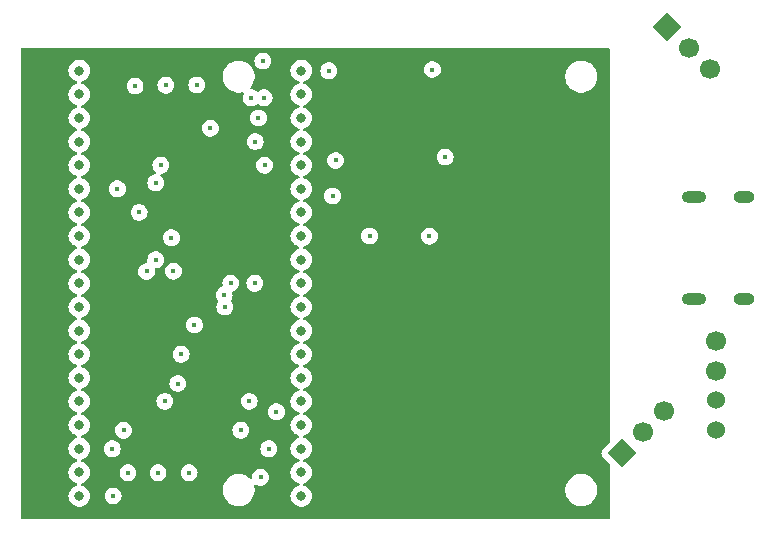
<source format=gbr>
%TF.GenerationSoftware,KiCad,Pcbnew,8.0.2*%
%TF.CreationDate,2024-11-30T10:22:52-06:00*%
%TF.ProjectId,Desktop_50_Pin_TopConn,4465736b-746f-4705-9f35-305f50696e5f,rev?*%
%TF.SameCoordinates,Original*%
%TF.FileFunction,Copper,L3,Inr*%
%TF.FilePolarity,Positive*%
%FSLAX46Y46*%
G04 Gerber Fmt 4.6, Leading zero omitted, Abs format (unit mm)*
G04 Created by KiCad (PCBNEW 8.0.2) date 2024-11-30 10:22:52*
%MOMM*%
%LPD*%
G01*
G04 APERTURE LIST*
G04 Aperture macros list*
%AMHorizOval*
0 Thick line with rounded ends*
0 $1 width*
0 $2 $3 position (X,Y) of the first rounded end (center of the circle)*
0 $4 $5 position (X,Y) of the second rounded end (center of the circle)*
0 Add line between two ends*
20,1,$1,$2,$3,$4,$5,0*
0 Add two circle primitives to create the rounded ends*
1,1,$1,$2,$3*
1,1,$1,$4,$5*%
%AMRotRect*
0 Rectangle, with rotation*
0 The origin of the aperture is its center*
0 $1 length*
0 $2 width*
0 $3 Rotation angle, in degrees counterclockwise*
0 Add horizontal line*
21,1,$1,$2,0,0,$3*%
G04 Aperture macros list end*
%TA.AperFunction,ComponentPad*%
%ADD10O,2.100000X1.000000*%
%TD*%
%TA.AperFunction,ComponentPad*%
%ADD11O,1.800000X1.000000*%
%TD*%
%TA.AperFunction,ComponentPad*%
%ADD12RotRect,1.700000X1.700000X45.000000*%
%TD*%
%TA.AperFunction,ComponentPad*%
%ADD13HorizOval,1.700000X0.000000X0.000000X0.000000X0.000000X0*%
%TD*%
%TA.AperFunction,ComponentPad*%
%ADD14RotRect,1.700000X1.700000X135.000000*%
%TD*%
%TA.AperFunction,ComponentPad*%
%ADD15HorizOval,1.700000X0.000000X0.000000X0.000000X0.000000X0*%
%TD*%
%TA.AperFunction,ComponentPad*%
%ADD16C,1.700000*%
%TD*%
%TA.AperFunction,ComponentPad*%
%ADD17C,1.524000*%
%TD*%
%TA.AperFunction,ViaPad*%
%ADD18C,0.800000*%
%TD*%
%TA.AperFunction,ViaPad*%
%ADD19C,0.400000*%
%TD*%
G04 APERTURE END LIST*
D10*
%TO.N,GND*%
%TO.C,J12*%
X57075000Y-1320000D03*
D11*
X61275000Y-1320000D03*
D10*
X57075000Y7320000D03*
D11*
X61275000Y7320000D03*
%TD*%
D12*
%TO.N,GND*%
%TO.C,J5*%
X54803949Y21696051D03*
D13*
%TO.N,Net-(J5-Pin_2)*%
X56600000Y19900000D03*
%TO.N,GND*%
X58396051Y18103949D03*
%TD*%
D14*
%TO.N,/Pico/SWCLK*%
%TO.C,J14*%
X50928949Y-14396051D03*
D15*
%TO.N,GND*%
X52725000Y-12600000D03*
%TO.N,/Pico/SWDIO*%
X54521051Y-10803949D03*
%TD*%
D16*
%TO.N,Net-(D4-A)*%
%TO.C,J10*%
X58903500Y-4905400D03*
%TO.N,GND*%
X58903500Y-7405400D03*
D17*
X58903500Y-9905400D03*
%TO.N,unconnected-(J10-12V-Pad4)*%
X58903500Y-12405400D03*
%TD*%
D18*
%TO.N,GND*%
X7000000Y17000000D03*
X7000000Y-9000000D03*
X7000000Y-1000000D03*
X25000000Y-17075000D03*
X25000000Y925000D03*
X25000000Y-1075000D03*
X25000000Y18925000D03*
X7000000Y11000000D03*
X25000000Y2925000D03*
D19*
X12250000Y3075000D03*
D18*
X7000000Y-13000000D03*
X7000000Y5000000D03*
X25000000Y-5075000D03*
X25000000Y-15075000D03*
X25000000Y14925000D03*
D19*
X14100000Y3075000D03*
D18*
X25000000Y8925000D03*
X25000000Y6925000D03*
X25000000Y4925000D03*
X25000000Y-11075000D03*
X7000000Y-3000000D03*
X7000000Y9000000D03*
X25000000Y-3075000D03*
X7000000Y-19000000D03*
X7014889Y-14795000D03*
X7000000Y7000000D03*
X7000000Y-17000000D03*
X25000000Y16925000D03*
X25000000Y12925000D03*
D19*
X17250000Y3050000D03*
D18*
X7000000Y-7000000D03*
X7000000Y19000000D03*
X25000000Y-13075000D03*
X25000000Y10925000D03*
X7000000Y-5000000D03*
X25000000Y-9075000D03*
X7000000Y13000000D03*
X25000000Y-7075000D03*
X25000000Y-19075000D03*
X7000000Y1000000D03*
X7000000Y-11000000D03*
X7000000Y15000000D03*
X7000000Y3000000D03*
D19*
%TO.N,+2V8*%
X20350000Y-16425000D03*
X12975000Y1025000D03*
X11675000Y-16050000D03*
X8750000Y-12450000D03*
X21700000Y-10875000D03*
X16100000Y13125000D03*
X17275000Y-1000000D03*
X26700000Y10400000D03*
X26125000Y18000000D03*
X12325000Y16775000D03*
X18674002Y-12450000D03*
X9125000Y-16050000D03*
X14300000Y-16050000D03*
X10700000Y1000000D03*
X34900000Y18100000D03*
X35975000Y10700000D03*
X9725000Y16700000D03*
X14950000Y16800000D03*
D18*
%TO.N,+5V*%
X5000000Y-16000000D03*
X23800000Y-16000000D03*
D19*
%TO.N,ATN*%
X8225000Y8000000D03*
X26450000Y7400000D03*
D18*
X5000000Y8000000D03*
X23800000Y8000000D03*
D19*
%TO.N,BSY*%
X12807046Y3853991D03*
D18*
X23800000Y4000000D03*
D19*
X29580000Y4000000D03*
X34650000Y3990000D03*
D18*
X5000000Y4000000D03*
D19*
%TO.N,DBP*%
X17825000Y0D03*
X19875000Y0D03*
D18*
X23800000Y0D03*
X5000000Y0D03*
%TO.N,ACK*%
X5000000Y6000000D03*
D19*
X10075000Y6000000D03*
D18*
X23800000Y6000000D03*
D19*
%TO.N,RST*%
X11900000Y10000000D03*
D18*
X5000000Y10000000D03*
D19*
X20700000Y10000000D03*
D18*
X23800000Y10000000D03*
%TO.N,MSG*%
X23800000Y16000000D03*
X5000000Y16000000D03*
D19*
X20650000Y15700000D03*
X19575000Y15700000D03*
%TO.N,SEL*%
X11475000Y2000000D03*
D18*
X5000000Y2000000D03*
X23800000Y2000000D03*
D19*
X11481740Y8509571D03*
%TO.N,CD*%
X20175000Y14000000D03*
D18*
X23800000Y14000000D03*
X5000000Y14000000D03*
%TO.N,REQ*%
X23800000Y18000000D03*
X5000000Y18000000D03*
D19*
X20550000Y18825000D03*
D18*
%TO.N,IO*%
X23800000Y12000000D03*
X5000000Y12000000D03*
D19*
X19900000Y12000000D03*
%TO.N,DB7*%
X7875000Y-18000000D03*
D18*
X23800000Y-18000000D03*
X5000000Y-18000000D03*
D19*
%TO.N,DB6*%
X21050000Y-14000000D03*
D18*
X23800000Y-14000000D03*
D19*
X7800000Y-14000000D03*
D18*
X5000000Y-14000000D03*
%TO.N,DB5*%
X5000000Y-12000000D03*
X23800000Y-12000000D03*
D19*
%TO.N,DB4*%
X12250000Y-10000000D03*
X19400000Y-10000000D03*
D18*
X5000000Y-10000000D03*
X23800000Y-10000000D03*
D19*
%TO.N,DB3*%
X13345112Y-8486883D03*
D18*
X23800000Y-8000000D03*
X5000000Y-8000000D03*
%TO.N,DB2*%
X5000000Y-6000000D03*
X23800000Y-6000000D03*
D19*
X13625000Y-6000000D03*
%TO.N,DB1*%
X14750000Y-3525000D03*
D18*
X23800000Y-4000000D03*
X5000000Y-4000000D03*
%TO.N,DB0*%
X5000000Y-2000000D03*
X23800000Y-2000000D03*
D19*
X17325000Y-2000000D03*
%TD*%
%TA.AperFunction,Conductor*%
%TO.N,GND*%
G36*
X49891621Y19929498D02*
G01*
X49938114Y19875842D01*
X49949500Y19823500D01*
X49949500Y-13402099D01*
X49929498Y-13470220D01*
X49912595Y-13491194D01*
X49332925Y-14070863D01*
X49332908Y-14070882D01*
X49294691Y-14118307D01*
X49261984Y-14189927D01*
X49233948Y-14251317D01*
X49213139Y-14396051D01*
X49233948Y-14540785D01*
X49294691Y-14673794D01*
X49332911Y-14721223D01*
X49912596Y-15300908D01*
X49946620Y-15363219D01*
X49949500Y-15390002D01*
X49949500Y-19823500D01*
X49929498Y-19891621D01*
X49875842Y-19938114D01*
X49823500Y-19949500D01*
X176500Y-19949500D01*
X108379Y-19929498D01*
X61886Y-19875842D01*
X50500Y-19823500D01*
X50500Y18000000D01*
X4086496Y18000000D01*
X4106457Y17810073D01*
X4136526Y17717530D01*
X4165473Y17628444D01*
X4165476Y17628439D01*
X4260958Y17463059D01*
X4260965Y17463049D01*
X4388744Y17321136D01*
X4435219Y17287370D01*
X4543248Y17208882D01*
X4717712Y17131206D01*
X4755156Y17123247D01*
X4817630Y17089518D01*
X4851951Y17027369D01*
X4847223Y16956530D01*
X4804947Y16899492D01*
X4755156Y16876753D01*
X4717711Y16868794D01*
X4543247Y16791118D01*
X4388744Y16678865D01*
X4260965Y16536952D01*
X4260958Y16536942D01*
X4165476Y16371562D01*
X4165473Y16371556D01*
X4164098Y16367323D01*
X4106457Y16189928D01*
X4086496Y16000000D01*
X4106457Y15810073D01*
X4136526Y15717530D01*
X4165473Y15628444D01*
X4165476Y15628439D01*
X4260958Y15463059D01*
X4260965Y15463049D01*
X4388744Y15321136D01*
X4388747Y15321134D01*
X4543248Y15208882D01*
X4717712Y15131206D01*
X4755156Y15123247D01*
X4817630Y15089518D01*
X4851951Y15027369D01*
X4847223Y14956530D01*
X4804947Y14899492D01*
X4755156Y14876753D01*
X4717711Y14868794D01*
X4543247Y14791118D01*
X4388744Y14678865D01*
X4260965Y14536952D01*
X4260958Y14536942D01*
X4165476Y14371562D01*
X4165473Y14371555D01*
X4106457Y14189928D01*
X4086496Y14000000D01*
X4106457Y13810073D01*
X4112224Y13792325D01*
X4165473Y13628444D01*
X4165476Y13628439D01*
X4260958Y13463059D01*
X4260965Y13463049D01*
X4388744Y13321136D01*
X4449999Y13276632D01*
X4543248Y13208882D01*
X4717712Y13131206D01*
X4755156Y13123247D01*
X4817630Y13089518D01*
X4851951Y13027369D01*
X4847223Y12956530D01*
X4804947Y12899492D01*
X4755156Y12876753D01*
X4717711Y12868794D01*
X4543247Y12791118D01*
X4388744Y12678865D01*
X4260965Y12536952D01*
X4260958Y12536942D01*
X4165476Y12371562D01*
X4165473Y12371555D01*
X4106457Y12189928D01*
X4086496Y12000000D01*
X4106457Y11810073D01*
X4136526Y11717530D01*
X4165473Y11628444D01*
X4165476Y11628439D01*
X4260958Y11463059D01*
X4260965Y11463049D01*
X4388744Y11321136D01*
X4435219Y11287370D01*
X4543248Y11208882D01*
X4717712Y11131206D01*
X4755156Y11123247D01*
X4817630Y11089518D01*
X4851951Y11027369D01*
X4847223Y10956530D01*
X4804947Y10899492D01*
X4755156Y10876753D01*
X4717711Y10868794D01*
X4543247Y10791118D01*
X4388744Y10678865D01*
X4260965Y10536952D01*
X4260958Y10536942D01*
X4165476Y10371562D01*
X4165473Y10371555D01*
X4106457Y10189928D01*
X4086496Y10000000D01*
X4106457Y9810073D01*
X4131605Y9732678D01*
X4165473Y9628444D01*
X4165476Y9628439D01*
X4260958Y9463059D01*
X4260965Y9463049D01*
X4388744Y9321136D01*
X4429895Y9291238D01*
X4543248Y9208882D01*
X4717712Y9131206D01*
X4755156Y9123247D01*
X4817630Y9089518D01*
X4851951Y9027369D01*
X4847223Y8956530D01*
X4804947Y8899492D01*
X4755156Y8876753D01*
X4717711Y8868794D01*
X4543247Y8791118D01*
X4388744Y8678865D01*
X4260965Y8536952D01*
X4260958Y8536942D01*
X4165476Y8371562D01*
X4165473Y8371555D01*
X4106457Y8189928D01*
X4086496Y8000000D01*
X4106457Y7810073D01*
X4131931Y7731675D01*
X4165473Y7628444D01*
X4165476Y7628439D01*
X4260958Y7463059D01*
X4260965Y7463049D01*
X4388744Y7321136D01*
X4444669Y7280504D01*
X4543248Y7208882D01*
X4717712Y7131206D01*
X4755156Y7123247D01*
X4817630Y7089518D01*
X4851951Y7027369D01*
X4847223Y6956530D01*
X4804947Y6899492D01*
X4755156Y6876753D01*
X4717711Y6868794D01*
X4543247Y6791118D01*
X4388744Y6678865D01*
X4260965Y6536952D01*
X4260958Y6536942D01*
X4165476Y6371562D01*
X4165473Y6371555D01*
X4106457Y6189928D01*
X4086496Y6000000D01*
X4106457Y5810073D01*
X4136526Y5717530D01*
X4165473Y5628444D01*
X4165476Y5628439D01*
X4260958Y5463059D01*
X4260965Y5463049D01*
X4388744Y5321136D01*
X4449999Y5276632D01*
X4543248Y5208882D01*
X4717712Y5131206D01*
X4755156Y5123247D01*
X4817630Y5089518D01*
X4851951Y5027369D01*
X4847223Y4956530D01*
X4804947Y4899492D01*
X4755156Y4876753D01*
X4717711Y4868794D01*
X4543247Y4791118D01*
X4388744Y4678865D01*
X4260965Y4536952D01*
X4260958Y4536942D01*
X4165476Y4371562D01*
X4165473Y4371555D01*
X4106457Y4189928D01*
X4086496Y4000000D01*
X4106457Y3810073D01*
X4136526Y3717530D01*
X4165473Y3628444D01*
X4165476Y3628439D01*
X4260958Y3463059D01*
X4260965Y3463049D01*
X4388744Y3321136D01*
X4443297Y3281501D01*
X4543248Y3208882D01*
X4717712Y3131206D01*
X4755156Y3123247D01*
X4817630Y3089518D01*
X4851951Y3027369D01*
X4847223Y2956530D01*
X4804947Y2899492D01*
X4755156Y2876753D01*
X4717711Y2868794D01*
X4543247Y2791118D01*
X4388744Y2678865D01*
X4260965Y2536952D01*
X4260958Y2536942D01*
X4165476Y2371562D01*
X4165473Y2371555D01*
X4106457Y2189928D01*
X4086496Y2000000D01*
X4106457Y1810073D01*
X4131338Y1733500D01*
X4165473Y1628444D01*
X4165476Y1628439D01*
X4260958Y1463059D01*
X4260965Y1463049D01*
X4388744Y1321136D01*
X4449999Y1276632D01*
X4543248Y1208882D01*
X4717712Y1131206D01*
X4755156Y1123247D01*
X4817630Y1089518D01*
X4851951Y1027369D01*
X4847223Y956530D01*
X4804947Y899492D01*
X4755156Y876753D01*
X4717711Y868794D01*
X4543247Y791118D01*
X4388744Y678865D01*
X4260965Y536952D01*
X4260958Y536942D01*
X4165476Y371562D01*
X4165473Y371556D01*
X4152841Y332678D01*
X4106457Y189928D01*
X4086496Y0D01*
X4106457Y-189927D01*
X4123821Y-243365D01*
X4165473Y-371556D01*
X4165476Y-371561D01*
X4260958Y-536941D01*
X4260965Y-536951D01*
X4388744Y-678864D01*
X4449999Y-723368D01*
X4543248Y-791118D01*
X4717712Y-868794D01*
X4755156Y-876753D01*
X4817630Y-910482D01*
X4851951Y-972631D01*
X4847223Y-1043470D01*
X4804947Y-1100508D01*
X4755156Y-1123247D01*
X4717711Y-1131206D01*
X4543247Y-1208882D01*
X4388744Y-1321135D01*
X4260965Y-1463048D01*
X4260958Y-1463058D01*
X4165476Y-1628438D01*
X4165473Y-1628445D01*
X4106457Y-1810072D01*
X4086496Y-2000000D01*
X4106457Y-2189927D01*
X4136526Y-2282470D01*
X4165473Y-2371556D01*
X4165476Y-2371561D01*
X4260958Y-2536941D01*
X4260965Y-2536951D01*
X4388744Y-2678864D01*
X4449999Y-2723368D01*
X4543248Y-2791118D01*
X4717712Y-2868794D01*
X4755156Y-2876753D01*
X4817630Y-2910482D01*
X4851951Y-2972631D01*
X4847223Y-3043470D01*
X4804947Y-3100508D01*
X4755156Y-3123247D01*
X4717711Y-3131206D01*
X4543247Y-3208882D01*
X4388744Y-3321135D01*
X4260965Y-3463048D01*
X4260958Y-3463058D01*
X4165476Y-3628438D01*
X4165473Y-3628445D01*
X4106457Y-3810072D01*
X4086496Y-4000000D01*
X4106457Y-4189927D01*
X4128124Y-4256609D01*
X4165473Y-4371556D01*
X4165476Y-4371561D01*
X4260958Y-4536941D01*
X4260965Y-4536951D01*
X4388744Y-4678864D01*
X4388747Y-4678866D01*
X4543248Y-4791118D01*
X4717712Y-4868794D01*
X4755156Y-4876753D01*
X4817630Y-4910482D01*
X4851951Y-4972631D01*
X4847223Y-5043470D01*
X4804947Y-5100508D01*
X4755156Y-5123247D01*
X4717711Y-5131206D01*
X4543247Y-5208882D01*
X4388744Y-5321135D01*
X4260965Y-5463048D01*
X4260958Y-5463058D01*
X4165476Y-5628438D01*
X4165473Y-5628445D01*
X4106457Y-5810072D01*
X4086496Y-6000000D01*
X4106457Y-6189927D01*
X4130493Y-6263900D01*
X4165473Y-6371556D01*
X4165476Y-6371561D01*
X4260958Y-6536941D01*
X4260965Y-6536951D01*
X4388744Y-6678864D01*
X4449999Y-6723368D01*
X4543248Y-6791118D01*
X4717712Y-6868794D01*
X4755156Y-6876753D01*
X4817630Y-6910482D01*
X4851951Y-6972631D01*
X4847223Y-7043470D01*
X4804947Y-7100508D01*
X4755156Y-7123247D01*
X4717711Y-7131206D01*
X4543247Y-7208882D01*
X4388744Y-7321135D01*
X4260965Y-7463048D01*
X4260958Y-7463058D01*
X4165476Y-7628438D01*
X4165473Y-7628445D01*
X4106457Y-7810072D01*
X4086496Y-8000000D01*
X4106457Y-8189927D01*
X4136526Y-8282470D01*
X4165473Y-8371556D01*
X4165476Y-8371561D01*
X4260958Y-8536941D01*
X4260965Y-8536951D01*
X4388744Y-8678864D01*
X4388747Y-8678866D01*
X4543248Y-8791118D01*
X4717712Y-8868794D01*
X4755156Y-8876753D01*
X4817630Y-8910482D01*
X4851951Y-8972631D01*
X4847223Y-9043470D01*
X4804947Y-9100508D01*
X4755156Y-9123247D01*
X4717711Y-9131206D01*
X4543247Y-9208882D01*
X4388744Y-9321135D01*
X4260965Y-9463048D01*
X4260958Y-9463058D01*
X4165476Y-9628438D01*
X4165473Y-9628445D01*
X4106457Y-9810072D01*
X4086496Y-10000000D01*
X4106457Y-10189927D01*
X4136526Y-10282470D01*
X4165473Y-10371556D01*
X4165476Y-10371561D01*
X4260958Y-10536941D01*
X4260965Y-10536951D01*
X4388744Y-10678864D01*
X4449999Y-10723368D01*
X4543248Y-10791118D01*
X4717712Y-10868794D01*
X4755156Y-10876753D01*
X4817630Y-10910482D01*
X4851951Y-10972631D01*
X4847223Y-11043470D01*
X4804947Y-11100508D01*
X4755156Y-11123247D01*
X4717711Y-11131206D01*
X4543247Y-11208882D01*
X4388744Y-11321135D01*
X4260965Y-11463048D01*
X4260958Y-11463058D01*
X4165476Y-11628438D01*
X4165473Y-11628445D01*
X4106457Y-11810072D01*
X4086496Y-12000000D01*
X4106457Y-12189927D01*
X4109698Y-12199901D01*
X4165473Y-12371556D01*
X4165476Y-12371561D01*
X4260958Y-12536941D01*
X4260965Y-12536951D01*
X4388744Y-12678864D01*
X4449999Y-12723368D01*
X4543248Y-12791118D01*
X4717712Y-12868794D01*
X4755156Y-12876753D01*
X4817630Y-12910482D01*
X4851951Y-12972631D01*
X4847223Y-13043470D01*
X4804947Y-13100508D01*
X4755156Y-13123247D01*
X4717711Y-13131206D01*
X4543247Y-13208882D01*
X4388744Y-13321135D01*
X4260965Y-13463048D01*
X4260958Y-13463058D01*
X4165476Y-13628438D01*
X4165473Y-13628445D01*
X4106457Y-13810072D01*
X4086496Y-14000000D01*
X4106457Y-14189927D01*
X4136526Y-14282470D01*
X4165473Y-14371556D01*
X4165476Y-14371561D01*
X4260958Y-14536941D01*
X4260965Y-14536951D01*
X4388744Y-14678864D01*
X4447041Y-14721219D01*
X4543248Y-14791118D01*
X4717712Y-14868794D01*
X4755156Y-14876753D01*
X4817630Y-14910482D01*
X4851951Y-14972631D01*
X4847223Y-15043470D01*
X4804947Y-15100508D01*
X4755156Y-15123247D01*
X4717711Y-15131206D01*
X4543247Y-15208882D01*
X4388744Y-15321135D01*
X4260965Y-15463048D01*
X4260958Y-15463058D01*
X4165476Y-15628438D01*
X4165473Y-15628445D01*
X4106457Y-15810072D01*
X4086496Y-16000000D01*
X4106457Y-16189927D01*
X4116489Y-16220801D01*
X4165473Y-16371556D01*
X4165476Y-16371561D01*
X4260958Y-16536941D01*
X4260965Y-16536951D01*
X4388744Y-16678864D01*
X4388747Y-16678866D01*
X4543248Y-16791118D01*
X4717712Y-16868794D01*
X4755156Y-16876753D01*
X4817630Y-16910482D01*
X4851951Y-16972631D01*
X4847223Y-17043470D01*
X4804947Y-17100508D01*
X4755156Y-17123247D01*
X4717711Y-17131206D01*
X4543247Y-17208882D01*
X4388744Y-17321135D01*
X4260965Y-17463048D01*
X4260958Y-17463058D01*
X4165476Y-17628438D01*
X4165473Y-17628445D01*
X4106457Y-17810072D01*
X4086496Y-18000000D01*
X4106457Y-18189927D01*
X4112270Y-18207816D01*
X4165473Y-18371556D01*
X4165476Y-18371561D01*
X4260958Y-18536941D01*
X4260965Y-18536951D01*
X4388744Y-18678864D01*
X4449999Y-18723368D01*
X4543248Y-18791118D01*
X4717712Y-18868794D01*
X4904513Y-18908500D01*
X5095487Y-18908500D01*
X5282288Y-18868794D01*
X5456752Y-18791118D01*
X5611253Y-18678866D01*
X5739040Y-18536944D01*
X5834527Y-18371556D01*
X5893542Y-18189928D01*
X5913504Y-18000000D01*
X5913504Y-17999996D01*
X7161296Y-17999996D01*
X7161296Y-18000003D01*
X7182034Y-18170799D01*
X7182035Y-18170801D01*
X7243046Y-18331675D01*
X7340785Y-18473273D01*
X7469570Y-18587367D01*
X7469571Y-18587367D01*
X7469573Y-18587369D01*
X7550465Y-18629824D01*
X7621917Y-18667325D01*
X7621918Y-18667325D01*
X7621920Y-18667326D01*
X7780394Y-18706385D01*
X7788972Y-18708500D01*
X7788975Y-18708500D01*
X7961025Y-18708500D01*
X7961028Y-18708500D01*
X8128083Y-18667325D01*
X8280430Y-18587367D01*
X8409215Y-18473273D01*
X8506954Y-18331675D01*
X8567965Y-18170801D01*
X8576260Y-18102480D01*
X8588704Y-18000003D01*
X8588704Y-17999996D01*
X8567965Y-17829200D01*
X8563053Y-17816246D01*
X8506954Y-17668325D01*
X8409215Y-17526727D01*
X8280430Y-17412633D01*
X8280429Y-17412632D01*
X8280426Y-17412630D01*
X8244382Y-17393713D01*
X17149500Y-17393713D01*
X17149500Y-17606287D01*
X17182754Y-17816243D01*
X17248443Y-18018412D01*
X17344949Y-18207816D01*
X17469896Y-18379792D01*
X17469898Y-18379794D01*
X17469900Y-18379797D01*
X17620202Y-18530099D01*
X17620205Y-18530101D01*
X17620208Y-18530104D01*
X17792184Y-18655051D01*
X17981588Y-18751557D01*
X18183757Y-18817246D01*
X18393713Y-18850500D01*
X18393716Y-18850500D01*
X18606284Y-18850500D01*
X18606287Y-18850500D01*
X18816243Y-18817246D01*
X19018412Y-18751557D01*
X19207816Y-18655051D01*
X19379792Y-18530104D01*
X19530104Y-18379792D01*
X19655051Y-18207816D01*
X19751557Y-18018412D01*
X19817246Y-17816243D01*
X19850500Y-17606287D01*
X19850500Y-17393713D01*
X19817246Y-17183757D01*
X19817240Y-17183739D01*
X19816642Y-17181245D01*
X19816691Y-17180258D01*
X19816471Y-17178868D01*
X19816763Y-17178821D01*
X19820187Y-17110337D01*
X19861505Y-17052601D01*
X19927478Y-17026370D01*
X19997160Y-17039970D01*
X19997715Y-17040260D01*
X20021229Y-17052601D01*
X20096917Y-17092325D01*
X20096918Y-17092325D01*
X20096920Y-17092326D01*
X20254665Y-17131206D01*
X20263972Y-17133500D01*
X20263975Y-17133500D01*
X20436025Y-17133500D01*
X20436028Y-17133500D01*
X20603083Y-17092325D01*
X20755430Y-17012367D01*
X20884215Y-16898273D01*
X20981954Y-16756675D01*
X21042965Y-16595801D01*
X21051260Y-16527480D01*
X21063704Y-16425003D01*
X21063704Y-16424996D01*
X21042965Y-16254200D01*
X21015870Y-16182754D01*
X20981954Y-16093325D01*
X20884215Y-15951727D01*
X20755430Y-15837633D01*
X20755429Y-15837632D01*
X20755426Y-15837630D01*
X20603087Y-15757677D01*
X20603079Y-15757673D01*
X20436031Y-15716500D01*
X20436028Y-15716500D01*
X20263972Y-15716500D01*
X20263968Y-15716500D01*
X20096920Y-15757673D01*
X20096912Y-15757677D01*
X19944573Y-15837630D01*
X19944568Y-15837634D01*
X19815785Y-15951727D01*
X19718045Y-16093326D01*
X19657034Y-16254200D01*
X19635377Y-16432565D01*
X19633328Y-16432316D01*
X19616294Y-16490330D01*
X19562638Y-16536823D01*
X19492364Y-16546927D01*
X19427784Y-16517433D01*
X19421201Y-16511304D01*
X19379797Y-16469900D01*
X19379794Y-16469898D01*
X19379792Y-16469896D01*
X19207816Y-16344949D01*
X19018412Y-16248443D01*
X18816243Y-16182754D01*
X18606287Y-16149500D01*
X18393713Y-16149500D01*
X18183757Y-16182754D01*
X18183754Y-16182754D01*
X18183753Y-16182755D01*
X17981588Y-16248443D01*
X17981586Y-16248444D01*
X17792180Y-16344951D01*
X17620205Y-16469898D01*
X17620202Y-16469900D01*
X17469900Y-16620202D01*
X17469898Y-16620205D01*
X17344951Y-16792180D01*
X17248444Y-16981586D01*
X17248443Y-16981588D01*
X17184343Y-17178868D01*
X17182754Y-17183757D01*
X17149500Y-17393713D01*
X8244382Y-17393713D01*
X8128087Y-17332677D01*
X8128079Y-17332673D01*
X7961031Y-17291500D01*
X7961028Y-17291500D01*
X7788972Y-17291500D01*
X7788968Y-17291500D01*
X7621920Y-17332673D01*
X7621912Y-17332677D01*
X7469573Y-17412630D01*
X7469568Y-17412634D01*
X7340785Y-17526727D01*
X7243045Y-17668326D01*
X7182034Y-17829200D01*
X7161296Y-17999996D01*
X5913504Y-17999996D01*
X5893542Y-17810072D01*
X5834527Y-17628444D01*
X5739040Y-17463056D01*
X5739038Y-17463054D01*
X5739034Y-17463048D01*
X5611255Y-17321135D01*
X5456752Y-17208882D01*
X5282288Y-17131206D01*
X5244842Y-17123246D01*
X5182370Y-17089519D01*
X5148048Y-17027369D01*
X5152776Y-16956530D01*
X5195052Y-16899493D01*
X5244842Y-16876753D01*
X5282288Y-16868794D01*
X5456752Y-16791118D01*
X5611253Y-16678866D01*
X5686047Y-16595799D01*
X5739034Y-16536951D01*
X5739035Y-16536949D01*
X5739040Y-16536944D01*
X5834527Y-16371556D01*
X5893542Y-16189928D01*
X5908249Y-16049996D01*
X8411296Y-16049996D01*
X8411296Y-16050003D01*
X8432034Y-16220799D01*
X8489208Y-16371554D01*
X8493046Y-16381675D01*
X8590785Y-16523273D01*
X8719570Y-16637367D01*
X8719571Y-16637367D01*
X8719573Y-16637369D01*
X8798636Y-16678864D01*
X8871917Y-16717325D01*
X8871918Y-16717325D01*
X8871920Y-16717326D01*
X9030394Y-16756385D01*
X9038972Y-16758500D01*
X9038975Y-16758500D01*
X9211025Y-16758500D01*
X9211028Y-16758500D01*
X9378083Y-16717325D01*
X9530430Y-16637367D01*
X9659215Y-16523273D01*
X9756954Y-16381675D01*
X9817965Y-16220801D01*
X9833443Y-16093326D01*
X9838704Y-16050003D01*
X9838704Y-16049996D01*
X10961296Y-16049996D01*
X10961296Y-16050003D01*
X10982034Y-16220799D01*
X11039208Y-16371554D01*
X11043046Y-16381675D01*
X11140785Y-16523273D01*
X11269570Y-16637367D01*
X11269571Y-16637367D01*
X11269573Y-16637369D01*
X11348636Y-16678864D01*
X11421917Y-16717325D01*
X11421918Y-16717325D01*
X11421920Y-16717326D01*
X11580394Y-16756385D01*
X11588972Y-16758500D01*
X11588975Y-16758500D01*
X11761025Y-16758500D01*
X11761028Y-16758500D01*
X11928083Y-16717325D01*
X12080430Y-16637367D01*
X12209215Y-16523273D01*
X12306954Y-16381675D01*
X12367965Y-16220801D01*
X12383443Y-16093326D01*
X12388704Y-16050003D01*
X12388704Y-16049996D01*
X13586296Y-16049996D01*
X13586296Y-16050003D01*
X13607034Y-16220799D01*
X13664208Y-16371554D01*
X13668046Y-16381675D01*
X13765785Y-16523273D01*
X13894570Y-16637367D01*
X13894571Y-16637367D01*
X13894573Y-16637369D01*
X13973636Y-16678864D01*
X14046917Y-16717325D01*
X14046918Y-16717325D01*
X14046920Y-16717326D01*
X14205394Y-16756385D01*
X14213972Y-16758500D01*
X14213975Y-16758500D01*
X14386025Y-16758500D01*
X14386028Y-16758500D01*
X14553083Y-16717325D01*
X14705430Y-16637367D01*
X14834215Y-16523273D01*
X14931954Y-16381675D01*
X14992965Y-16220801D01*
X15008443Y-16093326D01*
X15013704Y-16050003D01*
X15013704Y-16049996D01*
X14992965Y-15879200D01*
X14977202Y-15837634D01*
X14931954Y-15718325D01*
X14834215Y-15576727D01*
X14705430Y-15462633D01*
X14705429Y-15462632D01*
X14705426Y-15462630D01*
X14553087Y-15382677D01*
X14553079Y-15382673D01*
X14386031Y-15341500D01*
X14386028Y-15341500D01*
X14213972Y-15341500D01*
X14213968Y-15341500D01*
X14046920Y-15382673D01*
X14046912Y-15382677D01*
X13894573Y-15462630D01*
X13894568Y-15462634D01*
X13765785Y-15576727D01*
X13668045Y-15718326D01*
X13607034Y-15879200D01*
X13586296Y-16049996D01*
X12388704Y-16049996D01*
X12367965Y-15879200D01*
X12352202Y-15837634D01*
X12306954Y-15718325D01*
X12209215Y-15576727D01*
X12080430Y-15462633D01*
X12080429Y-15462632D01*
X12080426Y-15462630D01*
X11928087Y-15382677D01*
X11928079Y-15382673D01*
X11761031Y-15341500D01*
X11761028Y-15341500D01*
X11588972Y-15341500D01*
X11588968Y-15341500D01*
X11421920Y-15382673D01*
X11421912Y-15382677D01*
X11269573Y-15462630D01*
X11269568Y-15462634D01*
X11140785Y-15576727D01*
X11043045Y-15718326D01*
X10982034Y-15879200D01*
X10961296Y-16049996D01*
X9838704Y-16049996D01*
X9817965Y-15879200D01*
X9802202Y-15837634D01*
X9756954Y-15718325D01*
X9659215Y-15576727D01*
X9530430Y-15462633D01*
X9530429Y-15462632D01*
X9530426Y-15462630D01*
X9378087Y-15382677D01*
X9378079Y-15382673D01*
X9211031Y-15341500D01*
X9211028Y-15341500D01*
X9038972Y-15341500D01*
X9038968Y-15341500D01*
X8871920Y-15382673D01*
X8871912Y-15382677D01*
X8719573Y-15462630D01*
X8719568Y-15462634D01*
X8590785Y-15576727D01*
X8493045Y-15718326D01*
X8432034Y-15879200D01*
X8411296Y-16049996D01*
X5908249Y-16049996D01*
X5913504Y-16000000D01*
X5893542Y-15810072D01*
X5834527Y-15628444D01*
X5739040Y-15463056D01*
X5739038Y-15463054D01*
X5739034Y-15463048D01*
X5611255Y-15321135D01*
X5456752Y-15208882D01*
X5282288Y-15131206D01*
X5244842Y-15123246D01*
X5182370Y-15089519D01*
X5148048Y-15027369D01*
X5152776Y-14956530D01*
X5195052Y-14899493D01*
X5244842Y-14876753D01*
X5282288Y-14868794D01*
X5456752Y-14791118D01*
X5611253Y-14678866D01*
X5739040Y-14536944D01*
X5834527Y-14371556D01*
X5893542Y-14189928D01*
X5913504Y-14000000D01*
X5913504Y-13999996D01*
X7086296Y-13999996D01*
X7086296Y-14000003D01*
X7107034Y-14170799D01*
X7107035Y-14170801D01*
X7168046Y-14331675D01*
X7265785Y-14473273D01*
X7394570Y-14587367D01*
X7394571Y-14587367D01*
X7394573Y-14587369D01*
X7475465Y-14629824D01*
X7546917Y-14667325D01*
X7546918Y-14667325D01*
X7546920Y-14667326D01*
X7705394Y-14706385D01*
X7713972Y-14708500D01*
X7713975Y-14708500D01*
X7886025Y-14708500D01*
X7886028Y-14708500D01*
X8053083Y-14667325D01*
X8205430Y-14587367D01*
X8334215Y-14473273D01*
X8431954Y-14331675D01*
X8492965Y-14170801D01*
X8513704Y-14000000D01*
X8513704Y-13999996D01*
X20336296Y-13999996D01*
X20336296Y-14000003D01*
X20357034Y-14170799D01*
X20357035Y-14170801D01*
X20418046Y-14331675D01*
X20515785Y-14473273D01*
X20644570Y-14587367D01*
X20644571Y-14587367D01*
X20644573Y-14587369D01*
X20725465Y-14629824D01*
X20796917Y-14667325D01*
X20796918Y-14667325D01*
X20796920Y-14667326D01*
X20955394Y-14706385D01*
X20963972Y-14708500D01*
X20963975Y-14708500D01*
X21136025Y-14708500D01*
X21136028Y-14708500D01*
X21303083Y-14667325D01*
X21455430Y-14587367D01*
X21584215Y-14473273D01*
X21681954Y-14331675D01*
X21742965Y-14170801D01*
X21763704Y-14000000D01*
X21742965Y-13829199D01*
X21681954Y-13668325D01*
X21584215Y-13526727D01*
X21455430Y-13412633D01*
X21455429Y-13412632D01*
X21455426Y-13412630D01*
X21303087Y-13332677D01*
X21303079Y-13332673D01*
X21136031Y-13291500D01*
X21136028Y-13291500D01*
X20963972Y-13291500D01*
X20963968Y-13291500D01*
X20796920Y-13332673D01*
X20796912Y-13332677D01*
X20644573Y-13412630D01*
X20644568Y-13412634D01*
X20515785Y-13526727D01*
X20418045Y-13668326D01*
X20357034Y-13829200D01*
X20336296Y-13999996D01*
X8513704Y-13999996D01*
X8492965Y-13829199D01*
X8431954Y-13668325D01*
X8334215Y-13526727D01*
X8205430Y-13412633D01*
X8205429Y-13412632D01*
X8205426Y-13412630D01*
X8053087Y-13332677D01*
X8053079Y-13332673D01*
X7886031Y-13291500D01*
X7886028Y-13291500D01*
X7713972Y-13291500D01*
X7713968Y-13291500D01*
X7546920Y-13332673D01*
X7546912Y-13332677D01*
X7394573Y-13412630D01*
X7394568Y-13412634D01*
X7265785Y-13526727D01*
X7168045Y-13668326D01*
X7107034Y-13829200D01*
X7086296Y-13999996D01*
X5913504Y-13999996D01*
X5893542Y-13810072D01*
X5834527Y-13628444D01*
X5739040Y-13463056D01*
X5739038Y-13463054D01*
X5739034Y-13463048D01*
X5611255Y-13321135D01*
X5456752Y-13208882D01*
X5282288Y-13131206D01*
X5244842Y-13123246D01*
X5182370Y-13089519D01*
X5148048Y-13027369D01*
X5152776Y-12956530D01*
X5195052Y-12899493D01*
X5244842Y-12876753D01*
X5282288Y-12868794D01*
X5456752Y-12791118D01*
X5611253Y-12678866D01*
X5739040Y-12536944D01*
X5789240Y-12449996D01*
X8036296Y-12449996D01*
X8036296Y-12450003D01*
X8057034Y-12620799D01*
X8074111Y-12665826D01*
X8118046Y-12781675D01*
X8215785Y-12923273D01*
X8344570Y-13037367D01*
X8344571Y-13037367D01*
X8344573Y-13037369D01*
X8425465Y-13079824D01*
X8496917Y-13117325D01*
X8496918Y-13117325D01*
X8496920Y-13117326D01*
X8655394Y-13156385D01*
X8663972Y-13158500D01*
X8663975Y-13158500D01*
X8836025Y-13158500D01*
X8836028Y-13158500D01*
X9003083Y-13117325D01*
X9155430Y-13037367D01*
X9284215Y-12923273D01*
X9381954Y-12781675D01*
X9442965Y-12620801D01*
X9453147Y-12536944D01*
X9463704Y-12450003D01*
X9463704Y-12449996D01*
X17960298Y-12449996D01*
X17960298Y-12450003D01*
X17981036Y-12620799D01*
X17998113Y-12665826D01*
X18042048Y-12781675D01*
X18139787Y-12923273D01*
X18268572Y-13037367D01*
X18268573Y-13037367D01*
X18268575Y-13037369D01*
X18349467Y-13079824D01*
X18420919Y-13117325D01*
X18420920Y-13117325D01*
X18420922Y-13117326D01*
X18579396Y-13156385D01*
X18587974Y-13158500D01*
X18587977Y-13158500D01*
X18760027Y-13158500D01*
X18760030Y-13158500D01*
X18927085Y-13117325D01*
X19079432Y-13037367D01*
X19208217Y-12923273D01*
X19305956Y-12781675D01*
X19366967Y-12620801D01*
X19377149Y-12536944D01*
X19387706Y-12450003D01*
X19387706Y-12449996D01*
X19366967Y-12279200D01*
X19333111Y-12189927D01*
X19305956Y-12118325D01*
X19208217Y-11976727D01*
X19079432Y-11862633D01*
X19079431Y-11862632D01*
X19079428Y-11862630D01*
X18927089Y-11782677D01*
X18927081Y-11782673D01*
X18760033Y-11741500D01*
X18760030Y-11741500D01*
X18587974Y-11741500D01*
X18587970Y-11741500D01*
X18420922Y-11782673D01*
X18420914Y-11782677D01*
X18268575Y-11862630D01*
X18268570Y-11862634D01*
X18139787Y-11976727D01*
X18042047Y-12118326D01*
X17981036Y-12279200D01*
X17960298Y-12449996D01*
X9463704Y-12449996D01*
X9442965Y-12279200D01*
X9409109Y-12189927D01*
X9381954Y-12118325D01*
X9284215Y-11976727D01*
X9155430Y-11862633D01*
X9155429Y-11862632D01*
X9155426Y-11862630D01*
X9003087Y-11782677D01*
X9003079Y-11782673D01*
X8836031Y-11741500D01*
X8836028Y-11741500D01*
X8663972Y-11741500D01*
X8663968Y-11741500D01*
X8496920Y-11782673D01*
X8496912Y-11782677D01*
X8344573Y-11862630D01*
X8344568Y-11862634D01*
X8215785Y-11976727D01*
X8118045Y-12118326D01*
X8057034Y-12279200D01*
X8036296Y-12449996D01*
X5789240Y-12449996D01*
X5834527Y-12371556D01*
X5893542Y-12189928D01*
X5913504Y-12000000D01*
X5893542Y-11810072D01*
X5834527Y-11628444D01*
X5739040Y-11463056D01*
X5739038Y-11463054D01*
X5739034Y-11463048D01*
X5611255Y-11321135D01*
X5456752Y-11208882D01*
X5282288Y-11131206D01*
X5276835Y-11130047D01*
X5244842Y-11123246D01*
X5182370Y-11089519D01*
X5148048Y-11027369D01*
X5152776Y-10956530D01*
X5195052Y-10899493D01*
X5244842Y-10876753D01*
X5253108Y-10874996D01*
X20986296Y-10874996D01*
X20986296Y-10875003D01*
X21007034Y-11045799D01*
X21039425Y-11131206D01*
X21068046Y-11206675D01*
X21165785Y-11348273D01*
X21294570Y-11462367D01*
X21294571Y-11462367D01*
X21294573Y-11462369D01*
X21375465Y-11504824D01*
X21446917Y-11542325D01*
X21446918Y-11542325D01*
X21446920Y-11542326D01*
X21605394Y-11581385D01*
X21613972Y-11583500D01*
X21613975Y-11583500D01*
X21786025Y-11583500D01*
X21786028Y-11583500D01*
X21953083Y-11542325D01*
X22105430Y-11462367D01*
X22234215Y-11348273D01*
X22331954Y-11206675D01*
X22392965Y-11045801D01*
X22401849Y-10972631D01*
X22413704Y-10875003D01*
X22413704Y-10874996D01*
X22392965Y-10704200D01*
X22383358Y-10678866D01*
X22331954Y-10543325D01*
X22234215Y-10401727D01*
X22105430Y-10287633D01*
X22105429Y-10287632D01*
X22105426Y-10287630D01*
X21953087Y-10207677D01*
X21953079Y-10207673D01*
X21786031Y-10166500D01*
X21786028Y-10166500D01*
X21613972Y-10166500D01*
X21613968Y-10166500D01*
X21446920Y-10207673D01*
X21446912Y-10207677D01*
X21294573Y-10287630D01*
X21294568Y-10287634D01*
X21165785Y-10401727D01*
X21068045Y-10543326D01*
X21007034Y-10704200D01*
X20986296Y-10874996D01*
X5253108Y-10874996D01*
X5282288Y-10868794D01*
X5456752Y-10791118D01*
X5611253Y-10678866D01*
X5739040Y-10536944D01*
X5834527Y-10371556D01*
X5893542Y-10189928D01*
X5913504Y-10000000D01*
X5913504Y-9999996D01*
X11536296Y-9999996D01*
X11536296Y-10000003D01*
X11557034Y-10170799D01*
X11601344Y-10287634D01*
X11618046Y-10331675D01*
X11715785Y-10473273D01*
X11844570Y-10587367D01*
X11844571Y-10587367D01*
X11844573Y-10587369D01*
X11925465Y-10629824D01*
X11996917Y-10667325D01*
X11996918Y-10667325D01*
X11996920Y-10667326D01*
X12146522Y-10704199D01*
X12163972Y-10708500D01*
X12163975Y-10708500D01*
X12336025Y-10708500D01*
X12336028Y-10708500D01*
X12503083Y-10667325D01*
X12655430Y-10587367D01*
X12784215Y-10473273D01*
X12881954Y-10331675D01*
X12942965Y-10170801D01*
X12963704Y-10000000D01*
X12963704Y-9999996D01*
X18686296Y-9999996D01*
X18686296Y-10000003D01*
X18707034Y-10170799D01*
X18751344Y-10287634D01*
X18768046Y-10331675D01*
X18865785Y-10473273D01*
X18994570Y-10587367D01*
X18994571Y-10587367D01*
X18994573Y-10587369D01*
X19075465Y-10629824D01*
X19146917Y-10667325D01*
X19146918Y-10667325D01*
X19146920Y-10667326D01*
X19296522Y-10704199D01*
X19313972Y-10708500D01*
X19313975Y-10708500D01*
X19486025Y-10708500D01*
X19486028Y-10708500D01*
X19653083Y-10667325D01*
X19805430Y-10587367D01*
X19934215Y-10473273D01*
X20031954Y-10331675D01*
X20092965Y-10170801D01*
X20113704Y-10000000D01*
X20110210Y-9971226D01*
X20092965Y-9829200D01*
X20031954Y-9668326D01*
X20031954Y-9668325D01*
X19934215Y-9526727D01*
X19805430Y-9412633D01*
X19805429Y-9412632D01*
X19805426Y-9412630D01*
X19653087Y-9332677D01*
X19653079Y-9332673D01*
X19486031Y-9291500D01*
X19486028Y-9291500D01*
X19313972Y-9291500D01*
X19313968Y-9291500D01*
X19146920Y-9332673D01*
X19146912Y-9332677D01*
X18994573Y-9412630D01*
X18994568Y-9412634D01*
X18865785Y-9526727D01*
X18768045Y-9668326D01*
X18707034Y-9829200D01*
X18686296Y-9999996D01*
X12963704Y-9999996D01*
X12960210Y-9971226D01*
X12942965Y-9829200D01*
X12881954Y-9668326D01*
X12881954Y-9668325D01*
X12784215Y-9526727D01*
X12655430Y-9412633D01*
X12655429Y-9412632D01*
X12655426Y-9412630D01*
X12503087Y-9332677D01*
X12503079Y-9332673D01*
X12336031Y-9291500D01*
X12336028Y-9291500D01*
X12163972Y-9291500D01*
X12163968Y-9291500D01*
X11996920Y-9332673D01*
X11996912Y-9332677D01*
X11844573Y-9412630D01*
X11844568Y-9412634D01*
X11715785Y-9526727D01*
X11618045Y-9668326D01*
X11557034Y-9829200D01*
X11536296Y-9999996D01*
X5913504Y-9999996D01*
X5893542Y-9810072D01*
X5834527Y-9628444D01*
X5739040Y-9463056D01*
X5739038Y-9463054D01*
X5739034Y-9463048D01*
X5611255Y-9321135D01*
X5456752Y-9208882D01*
X5282288Y-9131206D01*
X5244842Y-9123246D01*
X5182370Y-9089519D01*
X5148048Y-9027369D01*
X5152776Y-8956530D01*
X5195052Y-8899493D01*
X5244842Y-8876753D01*
X5282288Y-8868794D01*
X5456752Y-8791118D01*
X5611253Y-8678866D01*
X5611255Y-8678864D01*
X5739034Y-8536951D01*
X5739035Y-8536949D01*
X5739040Y-8536944D01*
X5767945Y-8486879D01*
X12631408Y-8486879D01*
X12631408Y-8486886D01*
X12652146Y-8657682D01*
X12652147Y-8657684D01*
X12713158Y-8818558D01*
X12810897Y-8960156D01*
X12939682Y-9074250D01*
X12939683Y-9074250D01*
X12939685Y-9074252D01*
X12972549Y-9091500D01*
X13092029Y-9154208D01*
X13092030Y-9154208D01*
X13092032Y-9154209D01*
X13250506Y-9193268D01*
X13259084Y-9195383D01*
X13259087Y-9195383D01*
X13431137Y-9195383D01*
X13431140Y-9195383D01*
X13598195Y-9154208D01*
X13750542Y-9074250D01*
X13879327Y-8960156D01*
X13977066Y-8818558D01*
X14038077Y-8657684D01*
X14052737Y-8536951D01*
X14058816Y-8486886D01*
X14058816Y-8486879D01*
X14038077Y-8316083D01*
X13977066Y-8155209D01*
X13977066Y-8155208D01*
X13879327Y-8013610D01*
X13750542Y-7899516D01*
X13750541Y-7899515D01*
X13750538Y-7899513D01*
X13598199Y-7819560D01*
X13598191Y-7819556D01*
X13431143Y-7778383D01*
X13431140Y-7778383D01*
X13259084Y-7778383D01*
X13259080Y-7778383D01*
X13092032Y-7819556D01*
X13092024Y-7819560D01*
X12939685Y-7899513D01*
X12939680Y-7899517D01*
X12810897Y-8013610D01*
X12713157Y-8155209D01*
X12652146Y-8316083D01*
X12631408Y-8486879D01*
X5767945Y-8486879D01*
X5834527Y-8371556D01*
X5893542Y-8189928D01*
X5913504Y-8000000D01*
X5893542Y-7810072D01*
X5834527Y-7628444D01*
X5739040Y-7463056D01*
X5739038Y-7463054D01*
X5739034Y-7463048D01*
X5611255Y-7321135D01*
X5456752Y-7208882D01*
X5282288Y-7131206D01*
X5244842Y-7123246D01*
X5182370Y-7089519D01*
X5148048Y-7027369D01*
X5152776Y-6956530D01*
X5195052Y-6899493D01*
X5244842Y-6876753D01*
X5282288Y-6868794D01*
X5456752Y-6791118D01*
X5611253Y-6678866D01*
X5739040Y-6536944D01*
X5834527Y-6371556D01*
X5893542Y-6189928D01*
X5913504Y-6000000D01*
X5913504Y-5999996D01*
X12911296Y-5999996D01*
X12911296Y-6000003D01*
X12932034Y-6170799D01*
X12967343Y-6263900D01*
X12993046Y-6331675D01*
X13090785Y-6473273D01*
X13219570Y-6587367D01*
X13219571Y-6587367D01*
X13219573Y-6587369D01*
X13300465Y-6629824D01*
X13371917Y-6667325D01*
X13371918Y-6667325D01*
X13371920Y-6667326D01*
X13530394Y-6706385D01*
X13538972Y-6708500D01*
X13538975Y-6708500D01*
X13711025Y-6708500D01*
X13711028Y-6708500D01*
X13878083Y-6667325D01*
X14030430Y-6587367D01*
X14159215Y-6473273D01*
X14256954Y-6331675D01*
X14317965Y-6170801D01*
X14338704Y-6000000D01*
X14317965Y-5829199D01*
X14256954Y-5668325D01*
X14159215Y-5526727D01*
X14030430Y-5412633D01*
X14030429Y-5412632D01*
X14030426Y-5412630D01*
X13878087Y-5332677D01*
X13878079Y-5332673D01*
X13711031Y-5291500D01*
X13711028Y-5291500D01*
X13538972Y-5291500D01*
X13538968Y-5291500D01*
X13371920Y-5332673D01*
X13371912Y-5332677D01*
X13219573Y-5412630D01*
X13219568Y-5412634D01*
X13090785Y-5526727D01*
X12993045Y-5668326D01*
X12932034Y-5829200D01*
X12911296Y-5999996D01*
X5913504Y-5999996D01*
X5893542Y-5810072D01*
X5834527Y-5628444D01*
X5739040Y-5463056D01*
X5739038Y-5463054D01*
X5739034Y-5463048D01*
X5611255Y-5321135D01*
X5456752Y-5208882D01*
X5282288Y-5131206D01*
X5275523Y-5129768D01*
X5244842Y-5123246D01*
X5182370Y-5089519D01*
X5148048Y-5027369D01*
X5152776Y-4956530D01*
X5195052Y-4899493D01*
X5244842Y-4876753D01*
X5282288Y-4868794D01*
X5456752Y-4791118D01*
X5611253Y-4678866D01*
X5739040Y-4536944D01*
X5834527Y-4371556D01*
X5893542Y-4189928D01*
X5913504Y-4000000D01*
X5893542Y-3810072D01*
X5834527Y-3628444D01*
X5774801Y-3524996D01*
X14036296Y-3524996D01*
X14036296Y-3525003D01*
X14057034Y-3695799D01*
X14057035Y-3695801D01*
X14118046Y-3856675D01*
X14215785Y-3998273D01*
X14344570Y-4112367D01*
X14344571Y-4112367D01*
X14344573Y-4112369D01*
X14425465Y-4154824D01*
X14496917Y-4192325D01*
X14496918Y-4192325D01*
X14496920Y-4192326D01*
X14655394Y-4231385D01*
X14663972Y-4233500D01*
X14663975Y-4233500D01*
X14836025Y-4233500D01*
X14836028Y-4233500D01*
X15003083Y-4192325D01*
X15155430Y-4112367D01*
X15284215Y-3998273D01*
X15381954Y-3856675D01*
X15442965Y-3695801D01*
X15451260Y-3627480D01*
X15463704Y-3525003D01*
X15463704Y-3524996D01*
X15442965Y-3354200D01*
X15430426Y-3321135D01*
X15381954Y-3193325D01*
X15284215Y-3051727D01*
X15155430Y-2937633D01*
X15155429Y-2937632D01*
X15155426Y-2937630D01*
X15003087Y-2857677D01*
X15003079Y-2857673D01*
X14836031Y-2816500D01*
X14836028Y-2816500D01*
X14663972Y-2816500D01*
X14663968Y-2816500D01*
X14496920Y-2857673D01*
X14496912Y-2857677D01*
X14344573Y-2937630D01*
X14344568Y-2937634D01*
X14215785Y-3051727D01*
X14118045Y-3193326D01*
X14057034Y-3354200D01*
X14036296Y-3524996D01*
X5774801Y-3524996D01*
X5739040Y-3463056D01*
X5739038Y-3463054D01*
X5739034Y-3463048D01*
X5611255Y-3321135D01*
X5456752Y-3208882D01*
X5282288Y-3131206D01*
X5244842Y-3123246D01*
X5182370Y-3089519D01*
X5148048Y-3027369D01*
X5152776Y-2956530D01*
X5195052Y-2899493D01*
X5244842Y-2876753D01*
X5282288Y-2868794D01*
X5456752Y-2791118D01*
X5611253Y-2678866D01*
X5739040Y-2536944D01*
X5834527Y-2371556D01*
X5893542Y-2189928D01*
X5913504Y-2000000D01*
X5893542Y-1810072D01*
X5834527Y-1628444D01*
X5739040Y-1463056D01*
X5739038Y-1463054D01*
X5739034Y-1463048D01*
X5611255Y-1321135D01*
X5456752Y-1208882D01*
X5282288Y-1131206D01*
X5244842Y-1123246D01*
X5182370Y-1089519D01*
X5148048Y-1027369D01*
X5149875Y-999996D01*
X16561296Y-999996D01*
X16561296Y-1000003D01*
X16582034Y-1170799D01*
X16643046Y-1331675D01*
X16734827Y-1464642D01*
X16757063Y-1532066D01*
X16739316Y-1600809D01*
X16734828Y-1607793D01*
X16693046Y-1668325D01*
X16632034Y-1829200D01*
X16611296Y-1999996D01*
X16611296Y-2000003D01*
X16632034Y-2170799D01*
X16632035Y-2170801D01*
X16693046Y-2331675D01*
X16790785Y-2473273D01*
X16919570Y-2587367D01*
X16919571Y-2587367D01*
X16919573Y-2587369D01*
X17000465Y-2629824D01*
X17071917Y-2667325D01*
X17071918Y-2667325D01*
X17071920Y-2667326D01*
X17230394Y-2706385D01*
X17238972Y-2708500D01*
X17238975Y-2708500D01*
X17411025Y-2708500D01*
X17411028Y-2708500D01*
X17578083Y-2667325D01*
X17730430Y-2587367D01*
X17859215Y-2473273D01*
X17956954Y-2331675D01*
X18017965Y-2170801D01*
X18038704Y-2000000D01*
X18017965Y-1829199D01*
X17956954Y-1668325D01*
X17865172Y-1535357D01*
X17842936Y-1467933D01*
X17860683Y-1399190D01*
X17865173Y-1392204D01*
X17906953Y-1331676D01*
X17906952Y-1331676D01*
X17906954Y-1331675D01*
X17967965Y-1170801D01*
X17988704Y-1000000D01*
X17976500Y-899493D01*
X17967966Y-829205D01*
X17966814Y-824531D01*
X17969926Y-753602D01*
X18010892Y-695617D01*
X18058998Y-672028D01*
X18078083Y-667325D01*
X18230430Y-587367D01*
X18359215Y-473273D01*
X18456954Y-331675D01*
X18517965Y-170801D01*
X18538704Y0D01*
X18538704Y4D01*
X19161296Y4D01*
X19161296Y-3D01*
X19182034Y-170799D01*
X19241641Y-327969D01*
X19243046Y-331675D01*
X19340785Y-473273D01*
X19469570Y-587367D01*
X19469571Y-587367D01*
X19469573Y-587369D01*
X19550465Y-629824D01*
X19621917Y-667325D01*
X19621918Y-667325D01*
X19621920Y-667326D01*
X19736703Y-695617D01*
X19788972Y-708500D01*
X19788975Y-708500D01*
X19961025Y-708500D01*
X19961028Y-708500D01*
X20128083Y-667325D01*
X20280430Y-587367D01*
X20409215Y-473273D01*
X20506954Y-331675D01*
X20567965Y-170801D01*
X20588704Y0D01*
X20584547Y34234D01*
X20567965Y170800D01*
X20562290Y185766D01*
X20506954Y331675D01*
X20409215Y473273D01*
X20280430Y587367D01*
X20280429Y587368D01*
X20280426Y587370D01*
X20128087Y667323D01*
X20128079Y667327D01*
X19961031Y708500D01*
X19961028Y708500D01*
X19788972Y708500D01*
X19788968Y708500D01*
X19621920Y667327D01*
X19621912Y667323D01*
X19469573Y587370D01*
X19469568Y587366D01*
X19340785Y473273D01*
X19243045Y331674D01*
X19182034Y170800D01*
X19161296Y4D01*
X18538704Y4D01*
X18534547Y34234D01*
X18517965Y170800D01*
X18512290Y185766D01*
X18456954Y331675D01*
X18359215Y473273D01*
X18230430Y587367D01*
X18230429Y587368D01*
X18230426Y587370D01*
X18078087Y667323D01*
X18078079Y667327D01*
X17911031Y708500D01*
X17911028Y708500D01*
X17738972Y708500D01*
X17738968Y708500D01*
X17571920Y667327D01*
X17571912Y667323D01*
X17419573Y587370D01*
X17419568Y587366D01*
X17290785Y473273D01*
X17193045Y331674D01*
X17132034Y170800D01*
X17111296Y4D01*
X17111296Y-3D01*
X17132033Y-170794D01*
X17133187Y-175474D01*
X17130070Y-246403D01*
X17089101Y-304386D01*
X17041006Y-327969D01*
X17021922Y-332673D01*
X17021912Y-332677D01*
X16869573Y-412630D01*
X16869568Y-412634D01*
X16740785Y-526727D01*
X16643045Y-668326D01*
X16582034Y-829200D01*
X16561296Y-999996D01*
X5149875Y-999996D01*
X5152776Y-956530D01*
X5195052Y-899493D01*
X5244842Y-876753D01*
X5282288Y-868794D01*
X5456752Y-791118D01*
X5611253Y-678866D01*
X5739040Y-536944D01*
X5834527Y-371556D01*
X5893542Y-189928D01*
X5913504Y0D01*
X5893542Y189928D01*
X5834527Y371556D01*
X5739040Y536944D01*
X5739038Y536946D01*
X5739034Y536952D01*
X5611255Y678865D01*
X5456752Y791118D01*
X5282288Y868794D01*
X5244842Y876754D01*
X5182370Y910481D01*
X5148048Y972631D01*
X5149875Y1000004D01*
X9986296Y1000004D01*
X9986296Y999997D01*
X10007034Y829201D01*
X10064049Y678865D01*
X10068046Y668325D01*
X10165785Y526727D01*
X10294570Y412633D01*
X10294571Y412633D01*
X10294573Y412631D01*
X10372824Y371562D01*
X10446917Y332675D01*
X10446918Y332675D01*
X10446920Y332674D01*
X10512542Y316500D01*
X10613972Y291500D01*
X10613975Y291500D01*
X10786025Y291500D01*
X10786028Y291500D01*
X10953083Y332675D01*
X11105430Y412633D01*
X11234215Y526727D01*
X11331954Y668325D01*
X11392965Y829199D01*
X11413704Y1000000D01*
X11410668Y1025000D01*
X11410668Y1025004D01*
X12261296Y1025004D01*
X12261296Y1024997D01*
X12282034Y854201D01*
X12282035Y854199D01*
X12343046Y693325D01*
X12440785Y551727D01*
X12569570Y437633D01*
X12569571Y437633D01*
X12569573Y437631D01*
X12617203Y412633D01*
X12721917Y357675D01*
X12721918Y357675D01*
X12721920Y357674D01*
X12827404Y331675D01*
X12888972Y316500D01*
X12888975Y316500D01*
X13061025Y316500D01*
X13061028Y316500D01*
X13228083Y357675D01*
X13380430Y437633D01*
X13509215Y551727D01*
X13606954Y693325D01*
X13667965Y854199D01*
X13685668Y999997D01*
X13688704Y1024997D01*
X13688704Y1025004D01*
X13667965Y1195800D01*
X13663004Y1208883D01*
X13606954Y1356675D01*
X13509215Y1498273D01*
X13380430Y1612367D01*
X13380429Y1612368D01*
X13380426Y1612370D01*
X13228087Y1692323D01*
X13228079Y1692327D01*
X13061031Y1733500D01*
X13061028Y1733500D01*
X12888972Y1733500D01*
X12888968Y1733500D01*
X12721920Y1692327D01*
X12721912Y1692323D01*
X12569573Y1612370D01*
X12569568Y1612366D01*
X12440785Y1498273D01*
X12343045Y1356674D01*
X12282034Y1195800D01*
X12261296Y1025004D01*
X11410668Y1025004D01*
X11395453Y1150312D01*
X11407098Y1220347D01*
X11454758Y1272969D01*
X11520534Y1291500D01*
X11561025Y1291500D01*
X11561028Y1291500D01*
X11728083Y1332675D01*
X11880430Y1412633D01*
X12009215Y1526727D01*
X12106954Y1668325D01*
X12167965Y1829199D01*
X12188704Y2000000D01*
X12167965Y2170801D01*
X12106954Y2331675D01*
X12009215Y2473273D01*
X11880430Y2587367D01*
X11880429Y2587368D01*
X11880426Y2587370D01*
X11728087Y2667323D01*
X11728079Y2667327D01*
X11561031Y2708500D01*
X11561028Y2708500D01*
X11388972Y2708500D01*
X11388968Y2708500D01*
X11221920Y2667327D01*
X11221912Y2667323D01*
X11069573Y2587370D01*
X11069568Y2587366D01*
X10940785Y2473273D01*
X10843045Y2331674D01*
X10782034Y2170800D01*
X10761296Y2000004D01*
X10761296Y1999998D01*
X10779547Y1849688D01*
X10767902Y1779653D01*
X10720242Y1727031D01*
X10654466Y1708500D01*
X10613968Y1708500D01*
X10446920Y1667327D01*
X10446912Y1667323D01*
X10294573Y1587370D01*
X10294568Y1587366D01*
X10165785Y1473273D01*
X10068045Y1331674D01*
X10007034Y1170800D01*
X9986296Y1000004D01*
X5149875Y1000004D01*
X5152776Y1043470D01*
X5195052Y1100507D01*
X5244842Y1123247D01*
X5282288Y1131206D01*
X5456752Y1208882D01*
X5611253Y1321134D01*
X5621647Y1332678D01*
X5739034Y1463049D01*
X5739035Y1463051D01*
X5739040Y1463056D01*
X5834527Y1628444D01*
X5893542Y1810072D01*
X5913504Y2000000D01*
X5893542Y2189928D01*
X5834527Y2371556D01*
X5739040Y2536944D01*
X5739038Y2536946D01*
X5739034Y2536952D01*
X5611255Y2678865D01*
X5456752Y2791118D01*
X5282288Y2868794D01*
X5244842Y2876754D01*
X5182370Y2910481D01*
X5148048Y2972631D01*
X5152776Y3043470D01*
X5195052Y3100507D01*
X5244842Y3123247D01*
X5282288Y3131206D01*
X5456752Y3208882D01*
X5611253Y3321134D01*
X5739040Y3463056D01*
X5834527Y3628444D01*
X5893542Y3810072D01*
X5898158Y3853995D01*
X12093342Y3853995D01*
X12093342Y3853988D01*
X12114080Y3683192D01*
X12134843Y3628446D01*
X12175092Y3522316D01*
X12272831Y3380718D01*
X12401616Y3266624D01*
X12401617Y3266624D01*
X12401619Y3266622D01*
X12482511Y3224167D01*
X12553963Y3186666D01*
X12553964Y3186666D01*
X12553966Y3186665D01*
X12712440Y3147606D01*
X12721018Y3145491D01*
X12721021Y3145491D01*
X12893071Y3145491D01*
X12893074Y3145491D01*
X13060129Y3186666D01*
X13212476Y3266624D01*
X13341261Y3380718D01*
X13439000Y3522316D01*
X13500011Y3683190D01*
X13515417Y3810072D01*
X13520750Y3853988D01*
X13520750Y3853995D01*
X13500011Y4024791D01*
X13444638Y4170801D01*
X13439000Y4185666D01*
X13341261Y4327264D01*
X13212476Y4441358D01*
X13212475Y4441359D01*
X13212472Y4441361D01*
X13060133Y4521314D01*
X13060125Y4521318D01*
X12893077Y4562491D01*
X12893074Y4562491D01*
X12721018Y4562491D01*
X12721014Y4562491D01*
X12553966Y4521318D01*
X12553958Y4521314D01*
X12401619Y4441361D01*
X12401614Y4441357D01*
X12272831Y4327264D01*
X12175091Y4185665D01*
X12114080Y4024791D01*
X12093342Y3853995D01*
X5898158Y3853995D01*
X5913504Y4000000D01*
X5893542Y4189928D01*
X5834527Y4371556D01*
X5739040Y4536944D01*
X5739038Y4536946D01*
X5739034Y4536952D01*
X5611255Y4678865D01*
X5456752Y4791118D01*
X5282288Y4868794D01*
X5244842Y4876754D01*
X5182370Y4910481D01*
X5148048Y4972631D01*
X5152776Y5043470D01*
X5195052Y5100507D01*
X5244842Y5123247D01*
X5282288Y5131206D01*
X5456752Y5208882D01*
X5611253Y5321134D01*
X5739040Y5463056D01*
X5834527Y5628444D01*
X5893542Y5810072D01*
X5913504Y6000000D01*
X5913504Y6000004D01*
X9361296Y6000004D01*
X9361296Y5999997D01*
X9382034Y5829201D01*
X9382035Y5829199D01*
X9443046Y5668325D01*
X9540785Y5526727D01*
X9669570Y5412633D01*
X9669571Y5412633D01*
X9669573Y5412631D01*
X9750465Y5370176D01*
X9821917Y5332675D01*
X9821918Y5332675D01*
X9821920Y5332674D01*
X9980394Y5293615D01*
X9988972Y5291500D01*
X9988975Y5291500D01*
X10161025Y5291500D01*
X10161028Y5291500D01*
X10328083Y5332675D01*
X10480430Y5412633D01*
X10609215Y5526727D01*
X10706954Y5668325D01*
X10767965Y5829199D01*
X10788704Y6000000D01*
X10767965Y6170801D01*
X10706954Y6331675D01*
X10609215Y6473273D01*
X10480430Y6587367D01*
X10480429Y6587368D01*
X10480426Y6587370D01*
X10328087Y6667323D01*
X10328079Y6667327D01*
X10161031Y6708500D01*
X10161028Y6708500D01*
X9988972Y6708500D01*
X9988968Y6708500D01*
X9821920Y6667327D01*
X9821912Y6667323D01*
X9669573Y6587370D01*
X9669568Y6587366D01*
X9540785Y6473273D01*
X9443045Y6331674D01*
X9382034Y6170800D01*
X9361296Y6000004D01*
X5913504Y6000004D01*
X5893542Y6189928D01*
X5834527Y6371556D01*
X5739040Y6536944D01*
X5739038Y6536946D01*
X5739034Y6536952D01*
X5611255Y6678865D01*
X5456752Y6791118D01*
X5282288Y6868794D01*
X5244842Y6876754D01*
X5182370Y6910481D01*
X5148048Y6972631D01*
X5152776Y7043470D01*
X5195052Y7100507D01*
X5244842Y7123247D01*
X5282288Y7131206D01*
X5456752Y7208882D01*
X5611253Y7321134D01*
X5645794Y7359496D01*
X5739034Y7463049D01*
X5739035Y7463051D01*
X5739040Y7463056D01*
X5834527Y7628444D01*
X5893542Y7810072D01*
X5913504Y8000000D01*
X5913504Y8000004D01*
X7511296Y8000004D01*
X7511296Y7999997D01*
X7532034Y7829201D01*
X7569021Y7731675D01*
X7593046Y7668325D01*
X7690785Y7526727D01*
X7819570Y7412633D01*
X7819571Y7412633D01*
X7819573Y7412631D01*
X7900465Y7370176D01*
X7971917Y7332675D01*
X7971918Y7332675D01*
X7971920Y7332674D01*
X8130394Y7293615D01*
X8138972Y7291500D01*
X8138975Y7291500D01*
X8311025Y7291500D01*
X8311028Y7291500D01*
X8478083Y7332675D01*
X8630430Y7412633D01*
X8759215Y7526727D01*
X8856954Y7668325D01*
X8917965Y7829199D01*
X8937170Y7987367D01*
X8938704Y7999997D01*
X8938704Y8000004D01*
X8917965Y8170800D01*
X8856954Y8331674D01*
X8856954Y8331675D01*
X8759215Y8473273D01*
X8718239Y8509575D01*
X10768036Y8509575D01*
X10768036Y8509568D01*
X10788774Y8338772D01*
X10788775Y8338770D01*
X10849786Y8177896D01*
X10947525Y8036298D01*
X11076310Y7922204D01*
X11076311Y7922204D01*
X11076313Y7922202D01*
X11157205Y7879747D01*
X11228657Y7842246D01*
X11228658Y7842246D01*
X11228660Y7842245D01*
X11281591Y7829199D01*
X11395712Y7801071D01*
X11395715Y7801071D01*
X11567765Y7801071D01*
X11567768Y7801071D01*
X11734823Y7842246D01*
X11887170Y7922204D01*
X12015955Y8036298D01*
X12113694Y8177896D01*
X12174705Y8338770D01*
X12195444Y8509571D01*
X12192120Y8536944D01*
X12174705Y8680371D01*
X12164038Y8708500D01*
X12113694Y8841246D01*
X12015955Y8982844D01*
X11915494Y9071845D01*
X11877770Y9131988D01*
X11878550Y9202981D01*
X11917588Y9262281D01*
X11978700Y9289383D01*
X11978628Y9289676D01*
X11980279Y9290083D01*
X11982489Y9291063D01*
X11983870Y9291238D01*
X11986027Y9291500D01*
X11986028Y9291500D01*
X12153083Y9332675D01*
X12305430Y9412633D01*
X12434215Y9526727D01*
X12531954Y9668325D01*
X12592965Y9829199D01*
X12613704Y10000000D01*
X12613704Y10000004D01*
X19986296Y10000004D01*
X19986296Y9999997D01*
X20007034Y9829201D01*
X20059257Y9691501D01*
X20068046Y9668325D01*
X20165785Y9526727D01*
X20294570Y9412633D01*
X20294571Y9412633D01*
X20294573Y9412631D01*
X20361350Y9377584D01*
X20446917Y9332675D01*
X20446918Y9332675D01*
X20446920Y9332674D01*
X20552745Y9306591D01*
X20613972Y9291500D01*
X20613975Y9291500D01*
X20786025Y9291500D01*
X20786028Y9291500D01*
X20953083Y9332675D01*
X21105430Y9412633D01*
X21234215Y9526727D01*
X21331954Y9668325D01*
X21392965Y9829199D01*
X21413704Y10000000D01*
X21409736Y10032678D01*
X21392965Y10170800D01*
X21371755Y10226728D01*
X21331954Y10331675D01*
X21234215Y10473273D01*
X21105430Y10587367D01*
X21105429Y10587368D01*
X21105426Y10587370D01*
X20953087Y10667323D01*
X20953079Y10667327D01*
X20786031Y10708500D01*
X20786028Y10708500D01*
X20613972Y10708500D01*
X20613968Y10708500D01*
X20446920Y10667327D01*
X20446912Y10667323D01*
X20294573Y10587370D01*
X20294568Y10587366D01*
X20165785Y10473273D01*
X20068045Y10331674D01*
X20007034Y10170800D01*
X19986296Y10000004D01*
X12613704Y10000004D01*
X12609736Y10032678D01*
X12592965Y10170800D01*
X12571755Y10226728D01*
X12531954Y10331675D01*
X12434215Y10473273D01*
X12305430Y10587367D01*
X12305429Y10587368D01*
X12305426Y10587370D01*
X12153087Y10667323D01*
X12153079Y10667327D01*
X11986031Y10708500D01*
X11986028Y10708500D01*
X11813972Y10708500D01*
X11813968Y10708500D01*
X11646920Y10667327D01*
X11646912Y10667323D01*
X11494573Y10587370D01*
X11494568Y10587366D01*
X11365785Y10473273D01*
X11268045Y10331674D01*
X11207034Y10170800D01*
X11186296Y10000004D01*
X11186296Y9999997D01*
X11207034Y9829201D01*
X11259257Y9691501D01*
X11268046Y9668325D01*
X11365785Y9526727D01*
X11466244Y9437728D01*
X11503969Y9377584D01*
X11503189Y9306591D01*
X11464151Y9247291D01*
X11403039Y9220190D01*
X11403112Y9219895D01*
X11401453Y9219487D01*
X11399250Y9218509D01*
X11397883Y9218335D01*
X11395713Y9218072D01*
X11228660Y9176898D01*
X11228652Y9176894D01*
X11076313Y9096941D01*
X11076308Y9096937D01*
X10947525Y8982844D01*
X10849785Y8841245D01*
X10788774Y8680371D01*
X10768036Y8509575D01*
X8718239Y8509575D01*
X8630430Y8587367D01*
X8630429Y8587368D01*
X8630426Y8587370D01*
X8478087Y8667323D01*
X8478079Y8667327D01*
X8311031Y8708500D01*
X8311028Y8708500D01*
X8138972Y8708500D01*
X8138968Y8708500D01*
X7971920Y8667327D01*
X7971912Y8667323D01*
X7819573Y8587370D01*
X7819568Y8587366D01*
X7690785Y8473273D01*
X7593045Y8331674D01*
X7532034Y8170800D01*
X7511296Y8000004D01*
X5913504Y8000004D01*
X5893542Y8189928D01*
X5834527Y8371556D01*
X5739040Y8536944D01*
X5739038Y8536946D01*
X5739034Y8536952D01*
X5611255Y8678865D01*
X5456752Y8791118D01*
X5282288Y8868794D01*
X5244842Y8876754D01*
X5182370Y8910481D01*
X5148048Y8972631D01*
X5152776Y9043470D01*
X5195052Y9100507D01*
X5244842Y9123247D01*
X5282288Y9131206D01*
X5456752Y9208882D01*
X5611253Y9321134D01*
X5739040Y9463056D01*
X5834527Y9628444D01*
X5893542Y9810072D01*
X5913504Y10000000D01*
X5893542Y10189928D01*
X5834527Y10371556D01*
X5739040Y10536944D01*
X5739038Y10536946D01*
X5739034Y10536952D01*
X5611255Y10678865D01*
X5456752Y10791118D01*
X5282288Y10868794D01*
X5244842Y10876754D01*
X5182370Y10910481D01*
X5148048Y10972631D01*
X5152776Y11043470D01*
X5195052Y11100507D01*
X5244842Y11123247D01*
X5282288Y11131206D01*
X5456752Y11208882D01*
X5611253Y11321134D01*
X5652844Y11367325D01*
X5739034Y11463049D01*
X5739035Y11463051D01*
X5739040Y11463056D01*
X5834527Y11628444D01*
X5893542Y11810072D01*
X5913504Y12000000D01*
X5913504Y12000004D01*
X19186296Y12000004D01*
X19186296Y11999997D01*
X19207034Y11829201D01*
X19207035Y11829199D01*
X19268046Y11668325D01*
X19365785Y11526727D01*
X19494570Y11412633D01*
X19494571Y11412633D01*
X19494573Y11412631D01*
X19575465Y11370176D01*
X19646917Y11332675D01*
X19646918Y11332675D01*
X19646920Y11332674D01*
X19805394Y11293615D01*
X19813972Y11291500D01*
X19813975Y11291500D01*
X19986025Y11291500D01*
X19986028Y11291500D01*
X20153083Y11332675D01*
X20305430Y11412633D01*
X20434215Y11526727D01*
X20531954Y11668325D01*
X20592965Y11829199D01*
X20613704Y12000000D01*
X20592965Y12170801D01*
X20531954Y12331675D01*
X20434215Y12473273D01*
X20305430Y12587367D01*
X20305429Y12587368D01*
X20305426Y12587370D01*
X20153087Y12667323D01*
X20153079Y12667327D01*
X19986031Y12708500D01*
X19986028Y12708500D01*
X19813972Y12708500D01*
X19813968Y12708500D01*
X19646920Y12667327D01*
X19646912Y12667323D01*
X19494573Y12587370D01*
X19494568Y12587366D01*
X19365785Y12473273D01*
X19268045Y12331674D01*
X19207034Y12170800D01*
X19186296Y12000004D01*
X5913504Y12000004D01*
X5893542Y12189928D01*
X5834527Y12371556D01*
X5739040Y12536944D01*
X5739038Y12536946D01*
X5739034Y12536952D01*
X5611255Y12678865D01*
X5456752Y12791118D01*
X5282288Y12868794D01*
X5244842Y12876754D01*
X5182370Y12910481D01*
X5148048Y12972631D01*
X5152776Y13043470D01*
X5195052Y13100507D01*
X5244842Y13123247D01*
X5253108Y13125004D01*
X15386296Y13125004D01*
X15386296Y13124997D01*
X15407034Y12954201D01*
X15439425Y12868794D01*
X15468046Y12793325D01*
X15565785Y12651727D01*
X15694570Y12537633D01*
X15694571Y12537633D01*
X15694573Y12537631D01*
X15775465Y12495176D01*
X15846917Y12457675D01*
X15846918Y12457675D01*
X15846920Y12457674D01*
X16005394Y12418615D01*
X16013972Y12416500D01*
X16013975Y12416500D01*
X16186025Y12416500D01*
X16186028Y12416500D01*
X16353083Y12457675D01*
X16505430Y12537633D01*
X16634215Y12651727D01*
X16731954Y12793325D01*
X16792965Y12954199D01*
X16801849Y13027369D01*
X16813704Y13124997D01*
X16813704Y13125004D01*
X16792965Y13295800D01*
X16783358Y13321134D01*
X16731954Y13456675D01*
X16634215Y13598273D01*
X16505430Y13712367D01*
X16505429Y13712368D01*
X16505426Y13712370D01*
X16353087Y13792323D01*
X16353079Y13792327D01*
X16186031Y13833500D01*
X16186028Y13833500D01*
X16013972Y13833500D01*
X16013968Y13833500D01*
X15846920Y13792327D01*
X15846912Y13792323D01*
X15694573Y13712370D01*
X15694568Y13712366D01*
X15565785Y13598273D01*
X15468045Y13456674D01*
X15407034Y13295800D01*
X15386296Y13125004D01*
X5253108Y13125004D01*
X5282288Y13131206D01*
X5456752Y13208882D01*
X5611253Y13321134D01*
X5739040Y13463056D01*
X5834527Y13628444D01*
X5893542Y13810072D01*
X5913504Y14000000D01*
X5913504Y14000004D01*
X19461296Y14000004D01*
X19461296Y13999997D01*
X19482034Y13829201D01*
X19526344Y13712366D01*
X19543046Y13668325D01*
X19640785Y13526727D01*
X19769570Y13412633D01*
X19769571Y13412633D01*
X19769573Y13412631D01*
X19850465Y13370176D01*
X19921917Y13332675D01*
X19921918Y13332675D01*
X19921920Y13332674D01*
X20071522Y13295801D01*
X20088972Y13291500D01*
X20088975Y13291500D01*
X20261025Y13291500D01*
X20261028Y13291500D01*
X20428083Y13332675D01*
X20580430Y13412633D01*
X20709215Y13526727D01*
X20806954Y13668325D01*
X20867965Y13829199D01*
X20888704Y14000000D01*
X20867965Y14170801D01*
X20806954Y14331675D01*
X20709215Y14473273D01*
X20580430Y14587367D01*
X20580429Y14587368D01*
X20580426Y14587370D01*
X20428087Y14667323D01*
X20428079Y14667327D01*
X20261031Y14708500D01*
X20261028Y14708500D01*
X20088972Y14708500D01*
X20088968Y14708500D01*
X19921920Y14667327D01*
X19921912Y14667323D01*
X19769573Y14587370D01*
X19769568Y14587366D01*
X19640785Y14473273D01*
X19543045Y14331674D01*
X19482034Y14170800D01*
X19461296Y14000004D01*
X5913504Y14000004D01*
X5893542Y14189928D01*
X5834527Y14371556D01*
X5739040Y14536944D01*
X5739038Y14536946D01*
X5739034Y14536952D01*
X5611255Y14678865D01*
X5456752Y14791118D01*
X5282288Y14868794D01*
X5244842Y14876754D01*
X5182370Y14910481D01*
X5148048Y14972631D01*
X5152776Y15043470D01*
X5195052Y15100507D01*
X5244842Y15123247D01*
X5282288Y15131206D01*
X5456752Y15208882D01*
X5611253Y15321134D01*
X5739040Y15463056D01*
X5834527Y15628444D01*
X5893542Y15810072D01*
X5913504Y16000000D01*
X5893542Y16189928D01*
X5834527Y16371556D01*
X5739040Y16536944D01*
X5739038Y16536946D01*
X5739034Y16536952D01*
X5611255Y16678865D01*
X5582160Y16700004D01*
X9011296Y16700004D01*
X9011296Y16699997D01*
X9032034Y16529201D01*
X9091821Y16371556D01*
X9093046Y16368325D01*
X9190785Y16226727D01*
X9319570Y16112633D01*
X9319571Y16112633D01*
X9319573Y16112631D01*
X9400465Y16070176D01*
X9471917Y16032675D01*
X9471918Y16032675D01*
X9471920Y16032674D01*
X9604486Y16000000D01*
X9638972Y15991500D01*
X9638975Y15991500D01*
X9811025Y15991500D01*
X9811028Y15991500D01*
X9978083Y16032675D01*
X10130430Y16112633D01*
X10259215Y16226727D01*
X10356954Y16368325D01*
X10417965Y16529199D01*
X10429015Y16620206D01*
X10438704Y16699997D01*
X10438704Y16700004D01*
X10429597Y16775004D01*
X11611296Y16775004D01*
X11611296Y16774997D01*
X11632034Y16604201D01*
X11678319Y16482158D01*
X11693046Y16443325D01*
X11790785Y16301727D01*
X11919570Y16187633D01*
X11919571Y16187633D01*
X11919573Y16187631D01*
X11955998Y16168514D01*
X12071917Y16107675D01*
X12071918Y16107675D01*
X12071920Y16107674D01*
X12137542Y16091500D01*
X12238972Y16066500D01*
X12238975Y16066500D01*
X12411025Y16066500D01*
X12411028Y16066500D01*
X12578083Y16107675D01*
X12730430Y16187633D01*
X12859215Y16301727D01*
X12956954Y16443325D01*
X13017965Y16604199D01*
X13038704Y16775000D01*
X13036617Y16792184D01*
X13035667Y16800004D01*
X14236296Y16800004D01*
X14236296Y16799997D01*
X14257034Y16629201D01*
X14294960Y16529199D01*
X14318046Y16468325D01*
X14415785Y16326727D01*
X14544570Y16212633D01*
X14544571Y16212633D01*
X14544573Y16212631D01*
X14607137Y16179795D01*
X14696917Y16132675D01*
X14696918Y16132675D01*
X14696920Y16132674D01*
X14798351Y16107674D01*
X14863972Y16091500D01*
X14863975Y16091500D01*
X15036025Y16091500D01*
X15036028Y16091500D01*
X15203083Y16132675D01*
X15355430Y16212633D01*
X15484215Y16326727D01*
X15581954Y16468325D01*
X15642965Y16629199D01*
X15660668Y16774997D01*
X15663704Y16799997D01*
X15663704Y16800004D01*
X15642965Y16970800D01*
X15638874Y16981589D01*
X15581954Y17131675D01*
X15484215Y17273273D01*
X15355430Y17387367D01*
X15355429Y17387368D01*
X15355426Y17387370D01*
X15203087Y17467323D01*
X15203079Y17467327D01*
X15036031Y17508500D01*
X15036028Y17508500D01*
X14863972Y17508500D01*
X14863968Y17508500D01*
X14696920Y17467327D01*
X14696912Y17467323D01*
X14544573Y17387370D01*
X14544568Y17387366D01*
X14415785Y17273273D01*
X14318045Y17131674D01*
X14257034Y16970800D01*
X14236296Y16800004D01*
X13035667Y16800004D01*
X13017965Y16945800D01*
X13008484Y16970801D01*
X12956954Y17106675D01*
X12859215Y17248273D01*
X12730430Y17362367D01*
X12730429Y17362368D01*
X12730426Y17362370D01*
X12578087Y17442323D01*
X12578079Y17442327D01*
X12411031Y17483500D01*
X12411028Y17483500D01*
X12238972Y17483500D01*
X12238968Y17483500D01*
X12071920Y17442327D01*
X12071912Y17442323D01*
X11919573Y17362370D01*
X11919568Y17362366D01*
X11790785Y17248273D01*
X11693045Y17106674D01*
X11632034Y16945800D01*
X11611296Y16775004D01*
X10429597Y16775004D01*
X10417965Y16870800D01*
X10415708Y16876753D01*
X10356954Y17031675D01*
X10259215Y17173273D01*
X10130430Y17287367D01*
X10130429Y17287368D01*
X10130426Y17287370D01*
X9978087Y17367323D01*
X9978079Y17367327D01*
X9811031Y17408500D01*
X9811028Y17408500D01*
X9638972Y17408500D01*
X9638968Y17408500D01*
X9471920Y17367327D01*
X9471912Y17367323D01*
X9319573Y17287370D01*
X9319568Y17287366D01*
X9190785Y17173273D01*
X9093045Y17031674D01*
X9032034Y16870800D01*
X9011296Y16700004D01*
X5582160Y16700004D01*
X5456752Y16791118D01*
X5282288Y16868794D01*
X5244842Y16876754D01*
X5182370Y16910481D01*
X5148048Y16972631D01*
X5152776Y17043470D01*
X5195052Y17100507D01*
X5244842Y17123247D01*
X5282288Y17131206D01*
X5456752Y17208882D01*
X5611253Y17321134D01*
X5621647Y17332678D01*
X5739034Y17463049D01*
X5739035Y17463051D01*
X5739040Y17463056D01*
X5821735Y17606287D01*
X17149500Y17606287D01*
X17149500Y17393713D01*
X17182754Y17183757D01*
X17248443Y16981588D01*
X17344949Y16792184D01*
X17469896Y16620208D01*
X17469898Y16620206D01*
X17469900Y16620203D01*
X17620202Y16469901D01*
X17620205Y16469899D01*
X17620208Y16469896D01*
X17792184Y16344949D01*
X17981588Y16248443D01*
X18183757Y16182754D01*
X18393713Y16149500D01*
X18393716Y16149500D01*
X18606284Y16149500D01*
X18606287Y16149500D01*
X18797558Y16179795D01*
X18867966Y16170696D01*
X18922280Y16124974D01*
X18943253Y16057146D01*
X18935078Y16010666D01*
X18882034Y15870800D01*
X18861296Y15700004D01*
X18861296Y15699997D01*
X18882034Y15529201D01*
X18907120Y15463056D01*
X18943046Y15368325D01*
X19040785Y15226727D01*
X19169570Y15112633D01*
X19169571Y15112633D01*
X19169573Y15112631D01*
X19213612Y15089518D01*
X19321917Y15032675D01*
X19321918Y15032675D01*
X19321920Y15032674D01*
X19343444Y15027369D01*
X19488972Y14991500D01*
X19488975Y14991500D01*
X19661025Y14991500D01*
X19661028Y14991500D01*
X19828083Y15032675D01*
X19980430Y15112633D01*
X20028948Y15155617D01*
X20093198Y15185817D01*
X20163579Y15176486D01*
X20196049Y15155619D01*
X20244570Y15112633D01*
X20244571Y15112633D01*
X20244573Y15112631D01*
X20288612Y15089518D01*
X20396917Y15032675D01*
X20396918Y15032675D01*
X20396920Y15032674D01*
X20418444Y15027369D01*
X20563972Y14991500D01*
X20563975Y14991500D01*
X20736025Y14991500D01*
X20736028Y14991500D01*
X20903083Y15032675D01*
X21055430Y15112633D01*
X21184215Y15226727D01*
X21281954Y15368325D01*
X21342965Y15529199D01*
X21363704Y15700000D01*
X21342965Y15870801D01*
X21281954Y16031675D01*
X21184215Y16173273D01*
X21055430Y16287367D01*
X21055429Y16287368D01*
X21055426Y16287370D01*
X20903087Y16367323D01*
X20903079Y16367327D01*
X20736031Y16408500D01*
X20736028Y16408500D01*
X20563972Y16408500D01*
X20563968Y16408500D01*
X20396920Y16367327D01*
X20396912Y16367323D01*
X20244573Y16287370D01*
X20244568Y16287366D01*
X20196053Y16244385D01*
X20131800Y16214185D01*
X20061419Y16223517D01*
X20028947Y16244385D01*
X19980431Y16287366D01*
X19980426Y16287370D01*
X19828087Y16367323D01*
X19828079Y16367327D01*
X19661031Y16408500D01*
X19661028Y16408500D01*
X19622587Y16408500D01*
X19554466Y16428502D01*
X19507973Y16482158D01*
X19497869Y16552432D01*
X19527041Y16616309D01*
X19526887Y16616441D01*
X19527349Y16616983D01*
X19527363Y16617012D01*
X19527503Y16617164D01*
X19530095Y16620200D01*
X19530104Y16620208D01*
X19655051Y16792184D01*
X19751557Y16981588D01*
X19817246Y17183757D01*
X19850500Y17393713D01*
X19850500Y17606287D01*
X19817246Y17816243D01*
X19757539Y18000000D01*
X22886496Y18000000D01*
X22906457Y17810073D01*
X22936526Y17717530D01*
X22965473Y17628444D01*
X22965476Y17628439D01*
X23060958Y17463059D01*
X23060965Y17463049D01*
X23188744Y17321136D01*
X23235219Y17287370D01*
X23343248Y17208882D01*
X23517712Y17131206D01*
X23555156Y17123247D01*
X23617630Y17089518D01*
X23651951Y17027369D01*
X23647223Y16956530D01*
X23604947Y16899492D01*
X23555156Y16876753D01*
X23517711Y16868794D01*
X23343247Y16791118D01*
X23188744Y16678865D01*
X23060965Y16536952D01*
X23060958Y16536942D01*
X22965476Y16371562D01*
X22965473Y16371556D01*
X22964098Y16367323D01*
X22906457Y16189928D01*
X22886496Y16000000D01*
X22906457Y15810073D01*
X22936526Y15717530D01*
X22965473Y15628444D01*
X22965476Y15628439D01*
X23060958Y15463059D01*
X23060965Y15463049D01*
X23188744Y15321136D01*
X23188747Y15321134D01*
X23343248Y15208882D01*
X23517712Y15131206D01*
X23555156Y15123247D01*
X23617630Y15089518D01*
X23651951Y15027369D01*
X23647223Y14956530D01*
X23604947Y14899492D01*
X23555156Y14876753D01*
X23517711Y14868794D01*
X23343247Y14791118D01*
X23188744Y14678865D01*
X23060965Y14536952D01*
X23060958Y14536942D01*
X22965476Y14371562D01*
X22965473Y14371555D01*
X22906457Y14189928D01*
X22886496Y14000000D01*
X22906457Y13810073D01*
X22912224Y13792325D01*
X22965473Y13628444D01*
X22965476Y13628439D01*
X23060958Y13463059D01*
X23060965Y13463049D01*
X23188744Y13321136D01*
X23249999Y13276632D01*
X23343248Y13208882D01*
X23517712Y13131206D01*
X23555156Y13123247D01*
X23617630Y13089518D01*
X23651951Y13027369D01*
X23647223Y12956530D01*
X23604947Y12899492D01*
X23555156Y12876753D01*
X23517711Y12868794D01*
X23343247Y12791118D01*
X23188744Y12678865D01*
X23060965Y12536952D01*
X23060958Y12536942D01*
X22965476Y12371562D01*
X22965473Y12371555D01*
X22906457Y12189928D01*
X22886496Y12000000D01*
X22906457Y11810073D01*
X22936526Y11717530D01*
X22965473Y11628444D01*
X22965476Y11628439D01*
X23060958Y11463059D01*
X23060965Y11463049D01*
X23188744Y11321136D01*
X23235219Y11287370D01*
X23343248Y11208882D01*
X23517712Y11131206D01*
X23555156Y11123247D01*
X23617630Y11089518D01*
X23651951Y11027369D01*
X23647223Y10956530D01*
X23604947Y10899492D01*
X23555156Y10876753D01*
X23517711Y10868794D01*
X23343247Y10791118D01*
X23188744Y10678865D01*
X23060965Y10536952D01*
X23060958Y10536942D01*
X22965476Y10371562D01*
X22965473Y10371555D01*
X22906457Y10189928D01*
X22886496Y10000000D01*
X22906457Y9810073D01*
X22931605Y9732678D01*
X22965473Y9628444D01*
X22965476Y9628439D01*
X23060958Y9463059D01*
X23060965Y9463049D01*
X23188744Y9321136D01*
X23229895Y9291238D01*
X23343248Y9208882D01*
X23517712Y9131206D01*
X23555156Y9123247D01*
X23617630Y9089518D01*
X23651951Y9027369D01*
X23647223Y8956530D01*
X23604947Y8899492D01*
X23555156Y8876753D01*
X23517711Y8868794D01*
X23343247Y8791118D01*
X23188744Y8678865D01*
X23060965Y8536952D01*
X23060958Y8536942D01*
X22965476Y8371562D01*
X22965473Y8371555D01*
X22906457Y8189928D01*
X22886496Y8000000D01*
X22906457Y7810073D01*
X22931931Y7731675D01*
X22965473Y7628444D01*
X22965476Y7628439D01*
X23060958Y7463059D01*
X23060965Y7463049D01*
X23188744Y7321136D01*
X23244669Y7280504D01*
X23343248Y7208882D01*
X23517712Y7131206D01*
X23555156Y7123247D01*
X23617630Y7089518D01*
X23651951Y7027369D01*
X23647223Y6956530D01*
X23604947Y6899492D01*
X23555156Y6876753D01*
X23517711Y6868794D01*
X23343247Y6791118D01*
X23188744Y6678865D01*
X23060965Y6536952D01*
X23060958Y6536942D01*
X22965476Y6371562D01*
X22965473Y6371555D01*
X22906457Y6189928D01*
X22886496Y6000000D01*
X22906457Y5810073D01*
X22936526Y5717530D01*
X22965473Y5628444D01*
X22965476Y5628439D01*
X23060958Y5463059D01*
X23060965Y5463049D01*
X23188744Y5321136D01*
X23249999Y5276632D01*
X23343248Y5208882D01*
X23517712Y5131206D01*
X23555156Y5123247D01*
X23617630Y5089518D01*
X23651951Y5027369D01*
X23647223Y4956530D01*
X23604947Y4899492D01*
X23555156Y4876753D01*
X23517711Y4868794D01*
X23343247Y4791118D01*
X23188744Y4678865D01*
X23060965Y4536952D01*
X23060958Y4536942D01*
X22965476Y4371562D01*
X22965473Y4371555D01*
X22906457Y4189928D01*
X22886496Y4000000D01*
X22906457Y3810073D01*
X22936526Y3717530D01*
X22965473Y3628444D01*
X22965476Y3628439D01*
X23060958Y3463059D01*
X23060965Y3463049D01*
X23188744Y3321136D01*
X23243297Y3281501D01*
X23343248Y3208882D01*
X23517712Y3131206D01*
X23555156Y3123247D01*
X23617630Y3089518D01*
X23651951Y3027369D01*
X23647223Y2956530D01*
X23604947Y2899492D01*
X23555156Y2876753D01*
X23517711Y2868794D01*
X23343247Y2791118D01*
X23188744Y2678865D01*
X23060965Y2536952D01*
X23060958Y2536942D01*
X22965476Y2371562D01*
X22965473Y2371555D01*
X22906457Y2189928D01*
X22886496Y2000000D01*
X22906457Y1810073D01*
X22931338Y1733500D01*
X22965473Y1628444D01*
X22965476Y1628439D01*
X23060958Y1463059D01*
X23060965Y1463049D01*
X23188744Y1321136D01*
X23249999Y1276632D01*
X23343248Y1208882D01*
X23517712Y1131206D01*
X23555156Y1123247D01*
X23617630Y1089518D01*
X23651951Y1027369D01*
X23647223Y956530D01*
X23604947Y899492D01*
X23555156Y876753D01*
X23517711Y868794D01*
X23343247Y791118D01*
X23188744Y678865D01*
X23060965Y536952D01*
X23060958Y536942D01*
X22965476Y371562D01*
X22965473Y371556D01*
X22952841Y332678D01*
X22906457Y189928D01*
X22886496Y0D01*
X22906457Y-189927D01*
X22923821Y-243365D01*
X22965473Y-371556D01*
X22965476Y-371561D01*
X23060958Y-536941D01*
X23060965Y-536951D01*
X23188744Y-678864D01*
X23249999Y-723368D01*
X23343248Y-791118D01*
X23517712Y-868794D01*
X23555156Y-876753D01*
X23617630Y-910482D01*
X23651951Y-972631D01*
X23647223Y-1043470D01*
X23604947Y-1100508D01*
X23555156Y-1123247D01*
X23517711Y-1131206D01*
X23343247Y-1208882D01*
X23188744Y-1321135D01*
X23060965Y-1463048D01*
X23060958Y-1463058D01*
X22965476Y-1628438D01*
X22965473Y-1628445D01*
X22906457Y-1810072D01*
X22886496Y-2000000D01*
X22906457Y-2189927D01*
X22936526Y-2282470D01*
X22965473Y-2371556D01*
X22965476Y-2371561D01*
X23060958Y-2536941D01*
X23060965Y-2536951D01*
X23188744Y-2678864D01*
X23249999Y-2723368D01*
X23343248Y-2791118D01*
X23517712Y-2868794D01*
X23555156Y-2876753D01*
X23617630Y-2910482D01*
X23651951Y-2972631D01*
X23647223Y-3043470D01*
X23604947Y-3100508D01*
X23555156Y-3123247D01*
X23517711Y-3131206D01*
X23343247Y-3208882D01*
X23188744Y-3321135D01*
X23060965Y-3463048D01*
X23060958Y-3463058D01*
X22965476Y-3628438D01*
X22965473Y-3628445D01*
X22906457Y-3810072D01*
X22886496Y-4000000D01*
X22906457Y-4189927D01*
X22928124Y-4256609D01*
X22965473Y-4371556D01*
X22965476Y-4371561D01*
X23060958Y-4536941D01*
X23060965Y-4536951D01*
X23188744Y-4678864D01*
X23188747Y-4678866D01*
X23343248Y-4791118D01*
X23517712Y-4868794D01*
X23555156Y-4876753D01*
X23617630Y-4910482D01*
X23651951Y-4972631D01*
X23647223Y-5043470D01*
X23604947Y-5100508D01*
X23555156Y-5123247D01*
X23517711Y-5131206D01*
X23343247Y-5208882D01*
X23188744Y-5321135D01*
X23060965Y-5463048D01*
X23060958Y-5463058D01*
X22965476Y-5628438D01*
X22965473Y-5628445D01*
X22906457Y-5810072D01*
X22886496Y-6000000D01*
X22906457Y-6189927D01*
X22930493Y-6263900D01*
X22965473Y-6371556D01*
X22965476Y-6371561D01*
X23060958Y-6536941D01*
X23060965Y-6536951D01*
X23188744Y-6678864D01*
X23249999Y-6723368D01*
X23343248Y-6791118D01*
X23517712Y-6868794D01*
X23555156Y-6876753D01*
X23617630Y-6910482D01*
X23651951Y-6972631D01*
X23647223Y-7043470D01*
X23604947Y-7100508D01*
X23555156Y-7123247D01*
X23517711Y-7131206D01*
X23343247Y-7208882D01*
X23188744Y-7321135D01*
X23060965Y-7463048D01*
X23060958Y-7463058D01*
X22965476Y-7628438D01*
X22965473Y-7628445D01*
X22906457Y-7810072D01*
X22886496Y-8000000D01*
X22906457Y-8189927D01*
X22936526Y-8282470D01*
X22965473Y-8371556D01*
X22965476Y-8371561D01*
X23060958Y-8536941D01*
X23060965Y-8536951D01*
X23188744Y-8678864D01*
X23188747Y-8678866D01*
X23343248Y-8791118D01*
X23517712Y-8868794D01*
X23555156Y-8876753D01*
X23617630Y-8910482D01*
X23651951Y-8972631D01*
X23647223Y-9043470D01*
X23604947Y-9100508D01*
X23555156Y-9123247D01*
X23517711Y-9131206D01*
X23343247Y-9208882D01*
X23188744Y-9321135D01*
X23060965Y-9463048D01*
X23060958Y-9463058D01*
X22965476Y-9628438D01*
X22965473Y-9628445D01*
X22906457Y-9810072D01*
X22886496Y-10000000D01*
X22906457Y-10189927D01*
X22936526Y-10282470D01*
X22965473Y-10371556D01*
X22965476Y-10371561D01*
X23060958Y-10536941D01*
X23060965Y-10536951D01*
X23188744Y-10678864D01*
X23249999Y-10723368D01*
X23343248Y-10791118D01*
X23517712Y-10868794D01*
X23555156Y-10876753D01*
X23617630Y-10910482D01*
X23651951Y-10972631D01*
X23647223Y-11043470D01*
X23604947Y-11100508D01*
X23555156Y-11123247D01*
X23517711Y-11131206D01*
X23343247Y-11208882D01*
X23188744Y-11321135D01*
X23060965Y-11463048D01*
X23060958Y-11463058D01*
X22965476Y-11628438D01*
X22965473Y-11628445D01*
X22906457Y-11810072D01*
X22886496Y-12000000D01*
X22906457Y-12189927D01*
X22909698Y-12199901D01*
X22965473Y-12371556D01*
X22965476Y-12371561D01*
X23060958Y-12536941D01*
X23060965Y-12536951D01*
X23188744Y-12678864D01*
X23249999Y-12723368D01*
X23343248Y-12791118D01*
X23517712Y-12868794D01*
X23555156Y-12876753D01*
X23617630Y-12910482D01*
X23651951Y-12972631D01*
X23647223Y-13043470D01*
X23604947Y-13100508D01*
X23555156Y-13123247D01*
X23517711Y-13131206D01*
X23343247Y-13208882D01*
X23188744Y-13321135D01*
X23060965Y-13463048D01*
X23060958Y-13463058D01*
X22965476Y-13628438D01*
X22965473Y-13628445D01*
X22906457Y-13810072D01*
X22886496Y-14000000D01*
X22906457Y-14189927D01*
X22936526Y-14282470D01*
X22965473Y-14371556D01*
X22965476Y-14371561D01*
X23060958Y-14536941D01*
X23060965Y-14536951D01*
X23188744Y-14678864D01*
X23247041Y-14721219D01*
X23343248Y-14791118D01*
X23517712Y-14868794D01*
X23555156Y-14876753D01*
X23617630Y-14910482D01*
X23651951Y-14972631D01*
X23647223Y-15043470D01*
X23604947Y-15100508D01*
X23555156Y-15123247D01*
X23517711Y-15131206D01*
X23343247Y-15208882D01*
X23188744Y-15321135D01*
X23060965Y-15463048D01*
X23060958Y-15463058D01*
X22965476Y-15628438D01*
X22965473Y-15628445D01*
X22906457Y-15810072D01*
X22886496Y-16000000D01*
X22906457Y-16189927D01*
X22916489Y-16220801D01*
X22965473Y-16371556D01*
X22965476Y-16371561D01*
X23060958Y-16536941D01*
X23060965Y-16536951D01*
X23188744Y-16678864D01*
X23188747Y-16678866D01*
X23343248Y-16791118D01*
X23517712Y-16868794D01*
X23555156Y-16876753D01*
X23617630Y-16910482D01*
X23651951Y-16972631D01*
X23647223Y-17043470D01*
X23604947Y-17100508D01*
X23555156Y-17123247D01*
X23517711Y-17131206D01*
X23343247Y-17208882D01*
X23188744Y-17321135D01*
X23060965Y-17463048D01*
X23060958Y-17463058D01*
X22965476Y-17628438D01*
X22965473Y-17628445D01*
X22906457Y-17810072D01*
X22886496Y-18000000D01*
X22906457Y-18189927D01*
X22912270Y-18207816D01*
X22965473Y-18371556D01*
X22965476Y-18371561D01*
X23060958Y-18536941D01*
X23060965Y-18536951D01*
X23188744Y-18678864D01*
X23249999Y-18723368D01*
X23343248Y-18791118D01*
X23517712Y-18868794D01*
X23704513Y-18908500D01*
X23895487Y-18908500D01*
X24082288Y-18868794D01*
X24256752Y-18791118D01*
X24411253Y-18678866D01*
X24539040Y-18536944D01*
X24634527Y-18371556D01*
X24693542Y-18189928D01*
X24713504Y-18000000D01*
X24693542Y-17810072D01*
X24634527Y-17628444D01*
X24539040Y-17463056D01*
X24539038Y-17463054D01*
X24539034Y-17463048D01*
X24476605Y-17393713D01*
X46149500Y-17393713D01*
X46149500Y-17606287D01*
X46182754Y-17816243D01*
X46248443Y-18018412D01*
X46344949Y-18207816D01*
X46469896Y-18379792D01*
X46469898Y-18379794D01*
X46469900Y-18379797D01*
X46620202Y-18530099D01*
X46620205Y-18530101D01*
X46620208Y-18530104D01*
X46792184Y-18655051D01*
X46981588Y-18751557D01*
X47183757Y-18817246D01*
X47393713Y-18850500D01*
X47393716Y-18850500D01*
X47606284Y-18850500D01*
X47606287Y-18850500D01*
X47816243Y-18817246D01*
X48018412Y-18751557D01*
X48207816Y-18655051D01*
X48379792Y-18530104D01*
X48530104Y-18379792D01*
X48655051Y-18207816D01*
X48751557Y-18018412D01*
X48817246Y-17816243D01*
X48850500Y-17606287D01*
X48850500Y-17393713D01*
X48817246Y-17183757D01*
X48751557Y-16981588D01*
X48655051Y-16792184D01*
X48530104Y-16620208D01*
X48530101Y-16620205D01*
X48530099Y-16620202D01*
X48379797Y-16469900D01*
X48379794Y-16469898D01*
X48379792Y-16469896D01*
X48207816Y-16344949D01*
X48018412Y-16248443D01*
X47816243Y-16182754D01*
X47606287Y-16149500D01*
X47393713Y-16149500D01*
X47183757Y-16182754D01*
X47183754Y-16182754D01*
X47183753Y-16182755D01*
X46981588Y-16248443D01*
X46981586Y-16248444D01*
X46792180Y-16344951D01*
X46620205Y-16469898D01*
X46620202Y-16469900D01*
X46469900Y-16620202D01*
X46469898Y-16620205D01*
X46344951Y-16792180D01*
X46248444Y-16981586D01*
X46248443Y-16981588D01*
X46184343Y-17178868D01*
X46182754Y-17183757D01*
X46149500Y-17393713D01*
X24476605Y-17393713D01*
X24411255Y-17321135D01*
X24256752Y-17208882D01*
X24082288Y-17131206D01*
X24044842Y-17123246D01*
X23982370Y-17089519D01*
X23948048Y-17027369D01*
X23952776Y-16956530D01*
X23995052Y-16899493D01*
X24044842Y-16876753D01*
X24082288Y-16868794D01*
X24256752Y-16791118D01*
X24411253Y-16678866D01*
X24486047Y-16595799D01*
X24539034Y-16536951D01*
X24539035Y-16536949D01*
X24539040Y-16536944D01*
X24634527Y-16371556D01*
X24693542Y-16189928D01*
X24713504Y-16000000D01*
X24693542Y-15810072D01*
X24634527Y-15628444D01*
X24539040Y-15463056D01*
X24539038Y-15463054D01*
X24539034Y-15463048D01*
X24411255Y-15321135D01*
X24256752Y-15208882D01*
X24082288Y-15131206D01*
X24044842Y-15123246D01*
X23982370Y-15089519D01*
X23948048Y-15027369D01*
X23952776Y-14956530D01*
X23995052Y-14899493D01*
X24044842Y-14876753D01*
X24082288Y-14868794D01*
X24256752Y-14791118D01*
X24411253Y-14678866D01*
X24539040Y-14536944D01*
X24634527Y-14371556D01*
X24693542Y-14189928D01*
X24713504Y-14000000D01*
X24693542Y-13810072D01*
X24634527Y-13628444D01*
X24539040Y-13463056D01*
X24539038Y-13463054D01*
X24539034Y-13463048D01*
X24411255Y-13321135D01*
X24256752Y-13208882D01*
X24082288Y-13131206D01*
X24044842Y-13123246D01*
X23982370Y-13089519D01*
X23948048Y-13027369D01*
X23952776Y-12956530D01*
X23995052Y-12899493D01*
X24044842Y-12876753D01*
X24082288Y-12868794D01*
X24256752Y-12791118D01*
X24411253Y-12678866D01*
X24539040Y-12536944D01*
X24634527Y-12371556D01*
X24693542Y-12189928D01*
X24713504Y-12000000D01*
X24693542Y-11810072D01*
X24634527Y-11628444D01*
X24539040Y-11463056D01*
X24539038Y-11463054D01*
X24539034Y-11463048D01*
X24411255Y-11321135D01*
X24256752Y-11208882D01*
X24082288Y-11131206D01*
X24076835Y-11130047D01*
X24044842Y-11123246D01*
X23982370Y-11089519D01*
X23948048Y-11027369D01*
X23952776Y-10956530D01*
X23995052Y-10899493D01*
X24044842Y-10876753D01*
X24082288Y-10868794D01*
X24256752Y-10791118D01*
X24411253Y-10678866D01*
X24539040Y-10536944D01*
X24634527Y-10371556D01*
X24693542Y-10189928D01*
X24713504Y-10000000D01*
X24693542Y-9810072D01*
X24634527Y-9628444D01*
X24539040Y-9463056D01*
X24539038Y-9463054D01*
X24539034Y-9463048D01*
X24411255Y-9321135D01*
X24256752Y-9208882D01*
X24082288Y-9131206D01*
X24044842Y-9123246D01*
X23982370Y-9089519D01*
X23948048Y-9027369D01*
X23952776Y-8956530D01*
X23995052Y-8899493D01*
X24044842Y-8876753D01*
X24082288Y-8868794D01*
X24256752Y-8791118D01*
X24411253Y-8678866D01*
X24411255Y-8678864D01*
X24539034Y-8536951D01*
X24539035Y-8536949D01*
X24539040Y-8536944D01*
X24634527Y-8371556D01*
X24693542Y-8189928D01*
X24713504Y-8000000D01*
X24693542Y-7810072D01*
X24634527Y-7628444D01*
X24539040Y-7463056D01*
X24539038Y-7463054D01*
X24539034Y-7463048D01*
X24411255Y-7321135D01*
X24256752Y-7208882D01*
X24082288Y-7131206D01*
X24044842Y-7123246D01*
X23982370Y-7089519D01*
X23948048Y-7027369D01*
X23952776Y-6956530D01*
X23995052Y-6899493D01*
X24044842Y-6876753D01*
X24082288Y-6868794D01*
X24256752Y-6791118D01*
X24411253Y-6678866D01*
X24539040Y-6536944D01*
X24634527Y-6371556D01*
X24693542Y-6189928D01*
X24713504Y-6000000D01*
X24693542Y-5810072D01*
X24634527Y-5628444D01*
X24539040Y-5463056D01*
X24539038Y-5463054D01*
X24539034Y-5463048D01*
X24411255Y-5321135D01*
X24256752Y-5208882D01*
X24082288Y-5131206D01*
X24075523Y-5129768D01*
X24044842Y-5123246D01*
X23982370Y-5089519D01*
X23948048Y-5027369D01*
X23952776Y-4956530D01*
X23995052Y-4899493D01*
X24044842Y-4876753D01*
X24082288Y-4868794D01*
X24256752Y-4791118D01*
X24411253Y-4678866D01*
X24539040Y-4536944D01*
X24634527Y-4371556D01*
X24693542Y-4189928D01*
X24713504Y-4000000D01*
X24693542Y-3810072D01*
X24634527Y-3628444D01*
X24539040Y-3463056D01*
X24539038Y-3463054D01*
X24539034Y-3463048D01*
X24411255Y-3321135D01*
X24256752Y-3208882D01*
X24082288Y-3131206D01*
X24044842Y-3123246D01*
X23982370Y-3089519D01*
X23948048Y-3027369D01*
X23952776Y-2956530D01*
X23995052Y-2899493D01*
X24044842Y-2876753D01*
X24082288Y-2868794D01*
X24256752Y-2791118D01*
X24411253Y-2678866D01*
X24539040Y-2536944D01*
X24634527Y-2371556D01*
X24693542Y-2189928D01*
X24713504Y-2000000D01*
X24693542Y-1810072D01*
X24634527Y-1628444D01*
X24539040Y-1463056D01*
X24539038Y-1463054D01*
X24539034Y-1463048D01*
X24411255Y-1321135D01*
X24256752Y-1208882D01*
X24082288Y-1131206D01*
X24044842Y-1123246D01*
X23982370Y-1089519D01*
X23948048Y-1027369D01*
X23952776Y-956530D01*
X23995052Y-899493D01*
X24044842Y-876753D01*
X24082288Y-868794D01*
X24256752Y-791118D01*
X24411253Y-678866D01*
X24539040Y-536944D01*
X24634527Y-371556D01*
X24693542Y-189928D01*
X24713504Y0D01*
X24693542Y189928D01*
X24634527Y371556D01*
X24539040Y536944D01*
X24539038Y536946D01*
X24539034Y536952D01*
X24411255Y678865D01*
X24256752Y791118D01*
X24082288Y868794D01*
X24044842Y876754D01*
X23982370Y910481D01*
X23948048Y972631D01*
X23952776Y1043470D01*
X23995052Y1100507D01*
X24044842Y1123247D01*
X24082288Y1131206D01*
X24256752Y1208882D01*
X24411253Y1321134D01*
X24421647Y1332678D01*
X24539034Y1463049D01*
X24539035Y1463051D01*
X24539040Y1463056D01*
X24634527Y1628444D01*
X24693542Y1810072D01*
X24713504Y2000000D01*
X24693542Y2189928D01*
X24634527Y2371556D01*
X24539040Y2536944D01*
X24539038Y2536946D01*
X24539034Y2536952D01*
X24411255Y2678865D01*
X24256752Y2791118D01*
X24082288Y2868794D01*
X24044842Y2876754D01*
X23982370Y2910481D01*
X23948048Y2972631D01*
X23952776Y3043470D01*
X23995052Y3100507D01*
X24044842Y3123247D01*
X24082288Y3131206D01*
X24256752Y3208882D01*
X24411253Y3321134D01*
X24539040Y3463056D01*
X24634527Y3628444D01*
X24693542Y3810072D01*
X24713504Y4000000D01*
X24713504Y4000004D01*
X28866296Y4000004D01*
X28866296Y3999997D01*
X28887034Y3829201D01*
X28942408Y3683192D01*
X28948046Y3668325D01*
X29045785Y3526727D01*
X29174570Y3412633D01*
X29174571Y3412633D01*
X29174573Y3412631D01*
X29193623Y3402633D01*
X29326917Y3332675D01*
X29326918Y3332675D01*
X29326920Y3332674D01*
X29485394Y3293615D01*
X29493972Y3291500D01*
X29493975Y3291500D01*
X29666025Y3291500D01*
X29666028Y3291500D01*
X29833083Y3332675D01*
X29985430Y3412633D01*
X30114215Y3526727D01*
X30211954Y3668325D01*
X30272965Y3829199D01*
X30281260Y3897520D01*
X30292491Y3990004D01*
X33936296Y3990004D01*
X33936296Y3989997D01*
X33957034Y3819201D01*
X34014254Y3668325D01*
X34018046Y3658325D01*
X34115785Y3516727D01*
X34244570Y3402633D01*
X34244571Y3402633D01*
X34244573Y3402631D01*
X34286325Y3380718D01*
X34396917Y3322675D01*
X34396918Y3322675D01*
X34396920Y3322674D01*
X34523396Y3291501D01*
X34563972Y3281500D01*
X34563975Y3281500D01*
X34736025Y3281500D01*
X34736028Y3281500D01*
X34903083Y3322675D01*
X35055430Y3402633D01*
X35184215Y3516727D01*
X35281954Y3658325D01*
X35342965Y3819199D01*
X35363704Y3990000D01*
X35362490Y3999997D01*
X35342965Y4160800D01*
X35339173Y4170801D01*
X35281954Y4321675D01*
X35184215Y4463273D01*
X35055430Y4577367D01*
X35055429Y4577368D01*
X35055426Y4577370D01*
X34903087Y4657323D01*
X34903079Y4657327D01*
X34736031Y4698500D01*
X34736028Y4698500D01*
X34563972Y4698500D01*
X34563968Y4698500D01*
X34396920Y4657327D01*
X34396912Y4657323D01*
X34244573Y4577370D01*
X34244568Y4577366D01*
X34115785Y4463273D01*
X34018045Y4321674D01*
X33957034Y4160800D01*
X33936296Y3990004D01*
X30292491Y3990004D01*
X30293704Y3999997D01*
X30293704Y4000004D01*
X30272965Y4170800D01*
X30267328Y4185665D01*
X30211954Y4331675D01*
X30114215Y4473273D01*
X29985430Y4587367D01*
X29985429Y4587368D01*
X29985426Y4587370D01*
X29833087Y4667323D01*
X29833079Y4667327D01*
X29666031Y4708500D01*
X29666028Y4708500D01*
X29493972Y4708500D01*
X29493968Y4708500D01*
X29326920Y4667327D01*
X29326912Y4667323D01*
X29174573Y4587370D01*
X29174568Y4587366D01*
X29045785Y4473273D01*
X28948045Y4331674D01*
X28887034Y4170800D01*
X28866296Y4000004D01*
X24713504Y4000004D01*
X24693542Y4189928D01*
X24634527Y4371556D01*
X24539040Y4536944D01*
X24539038Y4536946D01*
X24539034Y4536952D01*
X24411255Y4678865D01*
X24256752Y4791118D01*
X24082288Y4868794D01*
X24044842Y4876754D01*
X23982370Y4910481D01*
X23948048Y4972631D01*
X23952776Y5043470D01*
X23995052Y5100507D01*
X24044842Y5123247D01*
X24082288Y5131206D01*
X24256752Y5208882D01*
X24411253Y5321134D01*
X24539040Y5463056D01*
X24634527Y5628444D01*
X24693542Y5810072D01*
X24713504Y6000000D01*
X24693542Y6189928D01*
X24634527Y6371556D01*
X24539040Y6536944D01*
X24539038Y6536946D01*
X24539034Y6536952D01*
X24411255Y6678865D01*
X24256752Y6791118D01*
X24082288Y6868794D01*
X24044842Y6876754D01*
X23982370Y6910481D01*
X23948048Y6972631D01*
X23952776Y7043470D01*
X23995052Y7100507D01*
X24044842Y7123247D01*
X24082288Y7131206D01*
X24256752Y7208882D01*
X24411253Y7321134D01*
X24445794Y7359496D01*
X24482268Y7400004D01*
X25736296Y7400004D01*
X25736296Y7399997D01*
X25757034Y7229201D01*
X25810009Y7089518D01*
X25818046Y7068325D01*
X25915785Y6926727D01*
X26044570Y6812633D01*
X26044571Y6812633D01*
X26044573Y6812631D01*
X26085563Y6791118D01*
X26196917Y6732675D01*
X26196918Y6732675D01*
X26196920Y6732674D01*
X26355394Y6693615D01*
X26363972Y6691500D01*
X26363975Y6691500D01*
X26536025Y6691500D01*
X26536028Y6691500D01*
X26703083Y6732675D01*
X26855430Y6812633D01*
X26984215Y6926727D01*
X27081954Y7068325D01*
X27142965Y7229199D01*
X27163704Y7400000D01*
X27162170Y7412631D01*
X27142965Y7570800D01*
X27132060Y7599556D01*
X27081954Y7731675D01*
X26984215Y7873273D01*
X26855430Y7987367D01*
X26855429Y7987368D01*
X26855426Y7987370D01*
X26703087Y8067323D01*
X26703079Y8067327D01*
X26536031Y8108500D01*
X26536028Y8108500D01*
X26363972Y8108500D01*
X26363968Y8108500D01*
X26196920Y8067327D01*
X26196912Y8067323D01*
X26044573Y7987370D01*
X26044568Y7987366D01*
X25915785Y7873273D01*
X25818045Y7731674D01*
X25757034Y7570800D01*
X25736296Y7400004D01*
X24482268Y7400004D01*
X24539034Y7463049D01*
X24539035Y7463051D01*
X24539040Y7463056D01*
X24634527Y7628444D01*
X24693542Y7810072D01*
X24713504Y8000000D01*
X24693542Y8189928D01*
X24634527Y8371556D01*
X24539040Y8536944D01*
X24539038Y8536946D01*
X24539034Y8536952D01*
X24411255Y8678865D01*
X24256752Y8791118D01*
X24082288Y8868794D01*
X24044842Y8876754D01*
X23982370Y8910481D01*
X23948048Y8972631D01*
X23952776Y9043470D01*
X23995052Y9100507D01*
X24044842Y9123247D01*
X24082288Y9131206D01*
X24256752Y9208882D01*
X24411253Y9321134D01*
X24539040Y9463056D01*
X24634527Y9628444D01*
X24693542Y9810072D01*
X24713504Y10000000D01*
X24693542Y10189928D01*
X24634527Y10371556D01*
X24618103Y10400004D01*
X25986296Y10400004D01*
X25986296Y10399997D01*
X26007034Y10229201D01*
X26051242Y10112635D01*
X26068046Y10068325D01*
X26165785Y9926727D01*
X26294570Y9812633D01*
X26294571Y9812633D01*
X26294573Y9812631D01*
X26375465Y9770176D01*
X26446917Y9732675D01*
X26446918Y9732675D01*
X26446920Y9732674D01*
X26605394Y9693615D01*
X26613972Y9691500D01*
X26613975Y9691500D01*
X26786025Y9691500D01*
X26786028Y9691500D01*
X26953083Y9732675D01*
X27105430Y9812633D01*
X27234215Y9926727D01*
X27331954Y10068325D01*
X27392965Y10229199D01*
X27410250Y10371555D01*
X27413704Y10399997D01*
X27413704Y10400004D01*
X27392965Y10570800D01*
X27386683Y10587366D01*
X27343965Y10700004D01*
X35261296Y10700004D01*
X35261296Y10699997D01*
X35282034Y10529201D01*
X35341821Y10371556D01*
X35343046Y10368325D01*
X35440785Y10226727D01*
X35569570Y10112633D01*
X35569571Y10112633D01*
X35569573Y10112631D01*
X35650465Y10070176D01*
X35721917Y10032675D01*
X35721918Y10032675D01*
X35721920Y10032674D01*
X35854486Y10000000D01*
X35888972Y9991500D01*
X35888975Y9991500D01*
X36061025Y9991500D01*
X36061028Y9991500D01*
X36228083Y10032675D01*
X36380430Y10112633D01*
X36509215Y10226727D01*
X36606954Y10368325D01*
X36667965Y10529199D01*
X36676260Y10597520D01*
X36688704Y10699997D01*
X36688704Y10700004D01*
X36667965Y10870800D01*
X36667028Y10873273D01*
X36606954Y11031675D01*
X36509215Y11173273D01*
X36380430Y11287367D01*
X36380429Y11287368D01*
X36380426Y11287370D01*
X36228087Y11367323D01*
X36228079Y11367327D01*
X36061031Y11408500D01*
X36061028Y11408500D01*
X35888972Y11408500D01*
X35888968Y11408500D01*
X35721920Y11367327D01*
X35721912Y11367323D01*
X35569573Y11287370D01*
X35569568Y11287366D01*
X35440785Y11173273D01*
X35343045Y11031674D01*
X35282034Y10870800D01*
X35261296Y10700004D01*
X27343965Y10700004D01*
X27331954Y10731675D01*
X27234215Y10873273D01*
X27105430Y10987367D01*
X27105429Y10987368D01*
X27105426Y10987370D01*
X26953087Y11067323D01*
X26953079Y11067327D01*
X26786031Y11108500D01*
X26786028Y11108500D01*
X26613972Y11108500D01*
X26613968Y11108500D01*
X26446920Y11067327D01*
X26446912Y11067323D01*
X26294573Y10987370D01*
X26294568Y10987366D01*
X26165785Y10873273D01*
X26068045Y10731674D01*
X26007034Y10570800D01*
X25986296Y10400004D01*
X24618103Y10400004D01*
X24539040Y10536944D01*
X24539038Y10536946D01*
X24539034Y10536952D01*
X24411255Y10678865D01*
X24256752Y10791118D01*
X24082288Y10868794D01*
X24044842Y10876754D01*
X23982370Y10910481D01*
X23948048Y10972631D01*
X23952776Y11043470D01*
X23995052Y11100507D01*
X24044842Y11123247D01*
X24082288Y11131206D01*
X24256752Y11208882D01*
X24411253Y11321134D01*
X24452844Y11367325D01*
X24539034Y11463049D01*
X24539035Y11463051D01*
X24539040Y11463056D01*
X24634527Y11628444D01*
X24693542Y11810072D01*
X24713504Y12000000D01*
X24693542Y12189928D01*
X24634527Y12371556D01*
X24539040Y12536944D01*
X24539038Y12536946D01*
X24539034Y12536952D01*
X24411255Y12678865D01*
X24256752Y12791118D01*
X24082288Y12868794D01*
X24044842Y12876754D01*
X23982370Y12910481D01*
X23948048Y12972631D01*
X23952776Y13043470D01*
X23995052Y13100507D01*
X24044842Y13123247D01*
X24082288Y13131206D01*
X24256752Y13208882D01*
X24411253Y13321134D01*
X24539040Y13463056D01*
X24634527Y13628444D01*
X24693542Y13810072D01*
X24713504Y14000000D01*
X24693542Y14189928D01*
X24634527Y14371556D01*
X24539040Y14536944D01*
X24539038Y14536946D01*
X24539034Y14536952D01*
X24411255Y14678865D01*
X24256752Y14791118D01*
X24082288Y14868794D01*
X24044842Y14876754D01*
X23982370Y14910481D01*
X23948048Y14972631D01*
X23952776Y15043470D01*
X23995052Y15100507D01*
X24044842Y15123247D01*
X24082288Y15131206D01*
X24256752Y15208882D01*
X24411253Y15321134D01*
X24539040Y15463056D01*
X24634527Y15628444D01*
X24693542Y15810072D01*
X24713504Y16000000D01*
X24693542Y16189928D01*
X24634527Y16371556D01*
X24539040Y16536944D01*
X24539038Y16536946D01*
X24539034Y16536952D01*
X24411255Y16678865D01*
X24256752Y16791118D01*
X24082288Y16868794D01*
X24044842Y16876754D01*
X23982370Y16910481D01*
X23948048Y16972631D01*
X23952776Y17043470D01*
X23995052Y17100507D01*
X24044842Y17123247D01*
X24082288Y17131206D01*
X24256752Y17208882D01*
X24411253Y17321134D01*
X24421647Y17332678D01*
X24539034Y17463049D01*
X24539035Y17463051D01*
X24539040Y17463056D01*
X24634527Y17628444D01*
X24693542Y17810072D01*
X24713504Y18000000D01*
X24713504Y18000004D01*
X25411296Y18000004D01*
X25411296Y17999997D01*
X25432034Y17829201D01*
X25455121Y17768327D01*
X25493046Y17668325D01*
X25590785Y17526727D01*
X25719570Y17412633D01*
X25719571Y17412633D01*
X25719573Y17412631D01*
X25767710Y17387367D01*
X25871917Y17332675D01*
X25871918Y17332675D01*
X25871920Y17332674D01*
X26030394Y17293615D01*
X26038972Y17291500D01*
X26038975Y17291500D01*
X26211025Y17291500D01*
X26211028Y17291500D01*
X26378083Y17332675D01*
X26530430Y17412633D01*
X26659215Y17526727D01*
X26756954Y17668325D01*
X26817965Y17829199D01*
X26830107Y17929199D01*
X26838704Y17999997D01*
X26838704Y18000004D01*
X26826561Y18100004D01*
X34186296Y18100004D01*
X34186296Y18099997D01*
X34207034Y17929201D01*
X34252214Y17810072D01*
X34268046Y17768325D01*
X34365785Y17626727D01*
X34494570Y17512633D01*
X34494571Y17512633D01*
X34494573Y17512631D01*
X34550078Y17483500D01*
X34646917Y17432675D01*
X34646918Y17432675D01*
X34646920Y17432674D01*
X34804977Y17393717D01*
X34813972Y17391500D01*
X34813975Y17391500D01*
X34986025Y17391500D01*
X34986028Y17391500D01*
X35153083Y17432675D01*
X35305430Y17512633D01*
X35411143Y17606287D01*
X46149500Y17606287D01*
X46149500Y17393713D01*
X46182754Y17183757D01*
X46248443Y16981588D01*
X46344949Y16792184D01*
X46469896Y16620208D01*
X46469898Y16620206D01*
X46469900Y16620203D01*
X46620202Y16469901D01*
X46620205Y16469899D01*
X46620208Y16469896D01*
X46792184Y16344949D01*
X46981588Y16248443D01*
X47183757Y16182754D01*
X47393713Y16149500D01*
X47393716Y16149500D01*
X47606284Y16149500D01*
X47606287Y16149500D01*
X47816243Y16182754D01*
X48018412Y16248443D01*
X48207816Y16344949D01*
X48379792Y16469896D01*
X48530104Y16620208D01*
X48655051Y16792184D01*
X48751557Y16981588D01*
X48817246Y17183757D01*
X48850500Y17393713D01*
X48850500Y17606287D01*
X48817246Y17816243D01*
X48751557Y18018412D01*
X48655051Y18207816D01*
X48530104Y18379792D01*
X48530101Y18379795D01*
X48530099Y18379798D01*
X48379797Y18530100D01*
X48379794Y18530102D01*
X48379792Y18530104D01*
X48207816Y18655051D01*
X48018412Y18751557D01*
X47816243Y18817246D01*
X47606287Y18850500D01*
X47393713Y18850500D01*
X47183757Y18817246D01*
X47183754Y18817246D01*
X47183753Y18817245D01*
X46981588Y18751557D01*
X46981586Y18751556D01*
X46792180Y18655049D01*
X46620205Y18530102D01*
X46620202Y18530100D01*
X46469900Y18379798D01*
X46469898Y18379795D01*
X46344951Y18207820D01*
X46248444Y18018414D01*
X46248443Y18018412D01*
X46186964Y17829199D01*
X46182754Y17816243D01*
X46149500Y17606287D01*
X35411143Y17606287D01*
X35434215Y17626727D01*
X35531954Y17768325D01*
X35592965Y17929199D01*
X35613704Y18100000D01*
X35611700Y18116501D01*
X35592965Y18270800D01*
X35569879Y18331675D01*
X35531954Y18431675D01*
X35434215Y18573273D01*
X35305430Y18687367D01*
X35305429Y18687368D01*
X35305426Y18687370D01*
X35153087Y18767323D01*
X35153079Y18767327D01*
X34986031Y18808500D01*
X34986028Y18808500D01*
X34813972Y18808500D01*
X34813968Y18808500D01*
X34646920Y18767327D01*
X34646912Y18767323D01*
X34494573Y18687370D01*
X34494568Y18687366D01*
X34365785Y18573273D01*
X34268045Y18431674D01*
X34207034Y18270800D01*
X34186296Y18100004D01*
X26826561Y18100004D01*
X26819558Y18157678D01*
X26817965Y18170801D01*
X26756954Y18331675D01*
X26659215Y18473273D01*
X26530430Y18587367D01*
X26530429Y18587368D01*
X26530426Y18587370D01*
X26378087Y18667323D01*
X26378079Y18667327D01*
X26211031Y18708500D01*
X26211028Y18708500D01*
X26038972Y18708500D01*
X26038968Y18708500D01*
X25871920Y18667327D01*
X25871912Y18667323D01*
X25719573Y18587370D01*
X25719568Y18587366D01*
X25590785Y18473273D01*
X25493045Y18331674D01*
X25432034Y18170800D01*
X25411296Y18000004D01*
X24713504Y18000004D01*
X24693542Y18189928D01*
X24634527Y18371556D01*
X24539040Y18536944D01*
X24539038Y18536946D01*
X24539034Y18536952D01*
X24411255Y18678865D01*
X24256752Y18791118D01*
X24082288Y18868794D01*
X23895487Y18908500D01*
X23704513Y18908500D01*
X23517711Y18868794D01*
X23343247Y18791118D01*
X23188744Y18678865D01*
X23060965Y18536952D01*
X23060958Y18536942D01*
X22970228Y18379792D01*
X22965473Y18371556D01*
X22959030Y18351727D01*
X22906457Y18189928D01*
X22886496Y18000000D01*
X19757539Y18000000D01*
X19751557Y18018412D01*
X19655051Y18207816D01*
X19530104Y18379792D01*
X19530101Y18379795D01*
X19530099Y18379798D01*
X19379797Y18530100D01*
X19379794Y18530102D01*
X19379792Y18530104D01*
X19207816Y18655051D01*
X19018412Y18751557D01*
X18816243Y18817246D01*
X18767261Y18825004D01*
X19836296Y18825004D01*
X19836296Y18824997D01*
X19857034Y18654201D01*
X19904098Y18530104D01*
X19918046Y18493325D01*
X20015785Y18351727D01*
X20144570Y18237633D01*
X20144571Y18237633D01*
X20144573Y18237631D01*
X20201374Y18207820D01*
X20296917Y18157675D01*
X20296918Y18157675D01*
X20296920Y18157674D01*
X20455394Y18118615D01*
X20463972Y18116500D01*
X20463975Y18116500D01*
X20636025Y18116500D01*
X20636028Y18116500D01*
X20803083Y18157675D01*
X20955430Y18237633D01*
X21084215Y18351727D01*
X21181954Y18493325D01*
X21242965Y18654199D01*
X21254786Y18751556D01*
X21263704Y18824997D01*
X21263704Y18825004D01*
X21242965Y18995800D01*
X21217582Y19062732D01*
X21181954Y19156675D01*
X21084215Y19298273D01*
X20955430Y19412367D01*
X20955429Y19412368D01*
X20955426Y19412370D01*
X20803087Y19492323D01*
X20803079Y19492327D01*
X20636031Y19533500D01*
X20636028Y19533500D01*
X20463972Y19533500D01*
X20463968Y19533500D01*
X20296920Y19492327D01*
X20296912Y19492323D01*
X20144573Y19412370D01*
X20144568Y19412366D01*
X20015785Y19298273D01*
X19918045Y19156674D01*
X19857034Y18995800D01*
X19836296Y18825004D01*
X18767261Y18825004D01*
X18606287Y18850500D01*
X18393713Y18850500D01*
X18183757Y18817246D01*
X18183754Y18817246D01*
X18183753Y18817245D01*
X17981588Y18751557D01*
X17981586Y18751556D01*
X17792180Y18655049D01*
X17620205Y18530102D01*
X17620202Y18530100D01*
X17469900Y18379798D01*
X17469898Y18379795D01*
X17344951Y18207820D01*
X17248444Y18018414D01*
X17248443Y18018412D01*
X17186964Y17829199D01*
X17182754Y17816243D01*
X17149500Y17606287D01*
X5821735Y17606287D01*
X5834527Y17628444D01*
X5893542Y17810072D01*
X5913504Y18000000D01*
X5893542Y18189928D01*
X5834527Y18371556D01*
X5739040Y18536944D01*
X5739038Y18536946D01*
X5739034Y18536952D01*
X5611255Y18678865D01*
X5456752Y18791118D01*
X5282288Y18868794D01*
X5095487Y18908500D01*
X4904513Y18908500D01*
X4717711Y18868794D01*
X4543247Y18791118D01*
X4388744Y18678865D01*
X4260965Y18536952D01*
X4260958Y18536942D01*
X4170228Y18379792D01*
X4165473Y18371556D01*
X4159030Y18351727D01*
X4106457Y18189928D01*
X4086496Y18000000D01*
X50500Y18000000D01*
X50500Y19823500D01*
X70502Y19891621D01*
X124158Y19938114D01*
X176500Y19949500D01*
X49823500Y19949500D01*
X49891621Y19929498D01*
G37*
%TD.AperFunction*%
%TD*%
M02*

</source>
